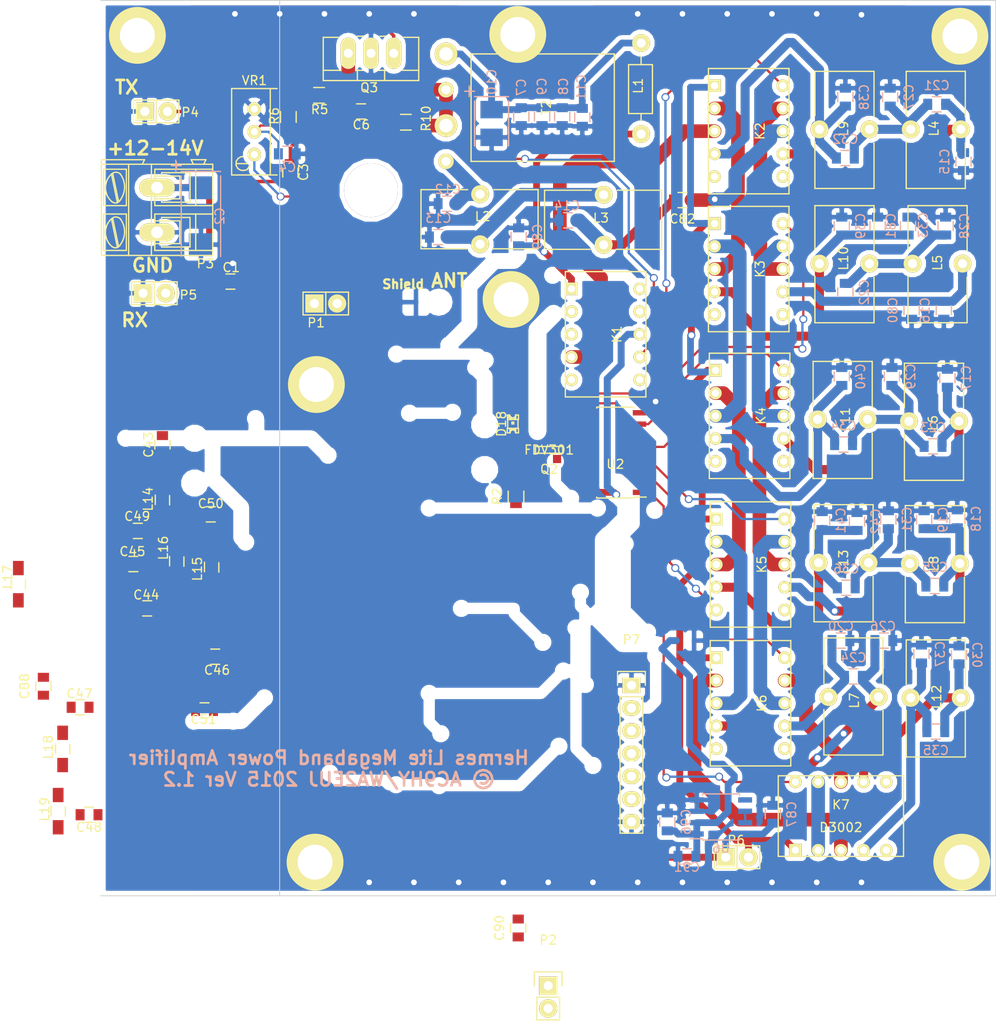
<source format=kicad_pcb>
(kicad_pcb (version 4) (host pcbnew "(2014-10-27 BZR 5228)-product")
  (layers (0 F.Cu signal) (31 B.Cu signal) (34 B.Paste user hide) (35 F.Paste user hide) (36 B.SilkS user hide) (37 F.SilkS user) (38 B.Mask user hide) (39 F.Mask user hide) (44 Edge.Cuts user))
  (net 0 "")
  (net 1 +12V)
  (net 2 GND)
  (net 3 "Net-(C3-Pad1)")
  (net 4 "Net-(C3-Pad2)")
  (net 5 "Net-(C4-Pad1)")
  (net 6 "Net-(C6-Pad1)")
  (net 7 "Net-(C6-Pad2)")
  (net 8 "Net-(C10-Pad1)")
  (net 9 "Net-(C12-Pad1)")
  (net 10 "Net-(C13-Pad1)")
  (net 11 TXIN)
  (net 12 "Net-(C15-Pad1)")
  (net 13 "Net-(C16-Pad1)")
  (net 14 "Net-(C17-Pad1)")
  (net 15 "Net-(C18-Pad1)")
  (net 16 "Net-(C20-Pad1)")
  (net 17 "Net-(C21-Pad2)")
  (net 18 "Net-(C22-Pad2)")
  (net 19 "Net-(C23-Pad2)")
  (net 20 "Net-(C24-Pad1)")
  (net 21 "Net-(C25-Pad2)")
  (net 22 "Net-(C30-Pad1)")
  (net 23 "Net-(C32-Pad2)")
  (net 24 "Net-(C33-Pad2)")
  (net 25 "Net-(C34-Pad2)")
  (net 26 "Net-(C35-Pad1)")
  (net 27 "Net-(C36-Pad2)")
  (net 28 "Net-(C43-Pad1)")
  (net 29 RX-IN)
  (net 30 "Net-(C44-Pad1)")
  (net 31 "Net-(C45-Pad1)")
  (net 32 "Net-(C46-Pad1)")
  (net 33 "Net-(C48-Pad1)")
  (net 34 RX-OUT)
  (net 35 TXOUT)
  (net 36 "Net-(K1-Pad3)")
  (net 37 "Net-(K1-Pad7)")
  (net 38 "Net-(K1-Pad9)")
  (net 39 "Net-(K2-Pad10)")
  (net 40 "Net-(K3-Pad10)")
  (net 41 "Net-(K4-Pad10)")
  (net 42 "Net-(K5-Pad10)")
  (net 43 "Net-(K6-Pad10)")
  (net 44 "Net-(Q3-Pad3)")
  (net 45 "Net-(C82-Pad1)")
  (net 46 "Net-(K2-Pad2)")
  (net 47 "Net-(K2-Pad9)")
  (net 48 "Net-(K3-Pad2)")
  (net 49 "Net-(K3-Pad9)")
  (net 50 "Net-(K4-Pad2)")
  (net 51 "Net-(K4-Pad9)")
  (net 52 "Net-(K5-Pad2)")
  (net 53 "Net-(K5-Pad9)")
  (net 54 C)
  (net 55 B)
  (net 56 A)
  (net 57 5V)
  (net 58 "Net-(K6-Pad2)")
  (net 59 "Net-(K6-Pad9)")
  (net 60 "Net-(K7-Pad2)")
  (net 61 "Net-(K7-Pad10)")
  (net 62 D)
  (net 63 "Net-(K2-Pad1)")
  (net 64 "Net-(U6-Pad5)")
  (net 65 "Net-(U6-Pad6)")
  (net 66 "Net-(D18-Pad1)")
  (net 67 "Net-(D18-Pad2)")
  (net 68 "Net-(P7-Pad2)")
  (net 69 "Net-(C47-Pad2)")
  (net 70 "Net-(C49-Pad2)")
  (net 71 "Net-(C51-Pad2)")
  (module Choke_Axial_ThroughHole:Choke_Horizontal_RM10mm (layer F.Cu) (at 160.3756 59.9186 90)
    (fp_text reference L1 (at 0.3814 -0.3244 90) (layer F.SilkS))
    (fp_text value "FT37-43 11T #26" hide)
    (pad 1 thru_hole circle (at -5.00126 0 90) (size 1.99898 1.99898) (drill 1.00076) (layers *.Cu *.Mask F.SilkS) (net 1 +12V))
    (pad 2 thru_hole circle (at 5.15874 0 90) (size 1.99898 1.99898) (drill 1.00076) (layers *.Cu *.Mask F.SilkS) (net 8 "Net-(C10-Pad1)"))
  )
  (module Choke_Toroid_ThroughHole:Choke_Toroid_6,5x13mm_Vertical (layer F.Cu) (at 135.7884 77.7367)
    (fp_text reference L2 (at 6.9 -3.6) (layer F.SilkS))
    (fp_text value 192nH hide)
    (pad 1 thru_hole circle (at 6.604 -0.508) (size 1.99898 1.99898) (drill 1.00076) (layers *.Cu *.Mask F.SilkS) (net 10 "Net-(C13-Pad1)"))
    (pad 2 thru_hole circle (at 6.604 -6.096) (size 1.99898 1.99898) (drill 1.00076) (layers *.Cu *.Mask F.SilkS) (net 9 "Net-(C12-Pad1)"))
  )
  (module Choke_Toroid_ThroughHole:Choke_Toroid_6,5x13mm_Vertical (layer F.Cu) (at 149.5933 77.8002)
    (fp_text reference L3 (at 6.3 -3.5) (layer F.SilkS))
    (fp_text value 192nH hide)
    (pad 1 thru_hole circle (at 6.604 -0.508) (size 1.99898 1.99898) (drill 1.00076) (layers *.Cu *.Mask F.SilkS) (net 11 TXIN))
    (pad 2 thru_hole circle (at 6.604 -6.096) (size 1.99898 1.99898) (drill 1.00076) (layers *.Cu *.Mask F.SilkS) (net 10 "Net-(C13-Pad1)"))
  )
  (module Choke_Toroid_ThroughHole:Choke_Toroid_6,5x13mm_Vertical (layer F.Cu) (at 196.6 71 90)
    (fp_text reference L4 (at 6.7 -3.5 90) (layer F.SilkS))
    (fp_text value 240nH hide)
    (pad 1 thru_hole circle (at 6.604 -0.508 90) (size 1.99898 1.99898) (drill 1.00076) (layers *.Cu *.Mask F.SilkS) (net 12 "Net-(C15-Pad1)"))
    (pad 2 thru_hole circle (at 6.604 -6.096 90) (size 1.99898 1.99898) (drill 1.00076) (layers *.Cu *.Mask F.SilkS) (net 17 "Net-(C21-Pad2)"))
  )
  (module Choke_Toroid_ThroughHole:Choke_Toroid_6,5x13mm_Vertical (layer F.Cu) (at 196.8 86 90)
    (fp_text reference L5 (at 6.7 -3.3 90) (layer F.SilkS))
    (fp_text value 300nH hide)
    (pad 1 thru_hole circle (at 6.604 -0.508 90) (size 1.99898 1.99898) (drill 1.00076) (layers *.Cu *.Mask F.SilkS) (net 13 "Net-(C16-Pad1)"))
    (pad 2 thru_hole circle (at 6.604 -6.096 90) (size 1.99898 1.99898) (drill 1.00076) (layers *.Cu *.Mask F.SilkS) (net 18 "Net-(C22-Pad2)"))
  )
  (module Choke_Toroid_ThroughHole:Choke_Toroid_6,5x13mm_Vertical (layer F.Cu) (at 196.4 103.6 90)
    (fp_text reference L6 (at 6.4 -3.4 90) (layer F.SilkS))
    (fp_text value 430nH hide)
    (pad 1 thru_hole circle (at 6.604 -0.508 90) (size 1.99898 1.99898) (drill 1.00076) (layers *.Cu *.Mask F.SilkS) (net 14 "Net-(C17-Pad1)"))
    (pad 2 thru_hole circle (at 6.604 -6.096 90) (size 1.99898 1.99898) (drill 1.00076) (layers *.Cu *.Mask F.SilkS) (net 19 "Net-(C23-Pad2)"))
  )
  (module Choke_Toroid_ThroughHole:Choke_Toroid_6,5x13mm_Vertical (layer F.Cu) (at 180.8 121.2 270)
    (fp_text reference L7 (at 7 -3.4 270) (layer F.SilkS))
    (fp_text value 1.44uH hide)
    (pad 1 thru_hole circle (at 6.604 -0.508 270) (size 1.99898 1.99898) (drill 1.00076) (layers *.Cu *.Mask F.SilkS) (net 16 "Net-(C20-Pad1)"))
    (pad 2 thru_hole circle (at 6.604 -6.096 270) (size 1.99898 1.99898) (drill 1.00076) (layers *.Cu *.Mask F.SilkS) (net 20 "Net-(C24-Pad1)"))
  )
  (module Choke_Toroid_ThroughHole:Choke_Toroid_6,5x13mm_Vertical (layer F.Cu) (at 196.5 119.5 90)
    (fp_text reference L8 (at 6.6 -3.4 90) (layer F.SilkS))
    (fp_text value 1.02uH hide)
    (pad 1 thru_hole circle (at 6.604 -0.508 90) (size 1.99898 1.99898) (drill 1.00076) (layers *.Cu *.Mask F.SilkS) (net 15 "Net-(C18-Pad1)"))
    (pad 2 thru_hole circle (at 6.604 -6.096 90) (size 1.99898 1.99898) (drill 1.00076) (layers *.Cu *.Mask F.SilkS) (net 21 "Net-(C25-Pad2)"))
  )
  (module Choke_Toroid_ThroughHole:Choke_Toroid_6,5x13mm_Vertical (layer F.Cu) (at 186.4 71 90)
    (fp_text reference L9 (at 6.7 -3.4 90) (layer F.SilkS))
    (fp_text value 240nH hide)
    (pad 1 thru_hole circle (at 6.604 -0.508 90) (size 1.99898 1.99898) (drill 1.00076) (layers *.Cu *.Mask F.SilkS) (net 17 "Net-(C21-Pad2)"))
    (pad 2 thru_hole circle (at 6.604 -6.096 90) (size 1.99898 1.99898) (drill 1.00076) (layers *.Cu *.Mask F.SilkS) (net 23 "Net-(C32-Pad2)"))
  )
  (module Choke_Toroid_ThroughHole:Choke_Toroid_6,5x13mm_Vertical (layer F.Cu) (at 186.4 86 90)
    (fp_text reference L10 (at 7.2 -3.4 90) (layer F.SilkS))
    (fp_text value 300nH hide)
    (pad 1 thru_hole circle (at 6.604 -0.508 90) (size 1.99898 1.99898) (drill 1.00076) (layers *.Cu *.Mask F.SilkS) (net 18 "Net-(C22-Pad2)"))
    (pad 2 thru_hole circle (at 6.604 -6.096 90) (size 1.99898 1.99898) (drill 1.00076) (layers *.Cu *.Mask F.SilkS) (net 24 "Net-(C33-Pad2)"))
  )
  (module Choke_Toroid_ThroughHole:Choke_Toroid_6,5x13mm_Vertical (layer F.Cu) (at 186.2 103.4 90)
    (fp_text reference L11 (at 6.6 -3 90) (layer F.SilkS))
    (fp_text value 430nH hide)
    (pad 1 thru_hole circle (at 6.604 -0.508 90) (size 1.99898 1.99898) (drill 1.00076) (layers *.Cu *.Mask F.SilkS) (net 19 "Net-(C23-Pad2)"))
    (pad 2 thru_hole circle (at 6.604 -6.096 90) (size 1.99898 1.99898) (drill 1.00076) (layers *.Cu *.Mask F.SilkS) (net 25 "Net-(C34-Pad2)"))
  )
  (module Choke_Toroid_ThroughHole:Choke_Toroid_6,5x13mm_Vertical (layer F.Cu) (at 196.6 134.5 90)
    (fp_text reference L12 (at 6.7 -3.2 90) (layer F.SilkS))
    (fp_text value 2.92uH hide)
    (pad 1 thru_hole circle (at 6.604 -0.508 90) (size 1.99898 1.99898) (drill 1.00076) (layers *.Cu *.Mask F.SilkS) (net 22 "Net-(C30-Pad1)"))
    (pad 2 thru_hole circle (at 6.604 -6.096 90) (size 1.99898 1.99898) (drill 1.00076) (layers *.Cu *.Mask F.SilkS) (net 26 "Net-(C35-Pad1)"))
  )
  (module Choke_Toroid_ThroughHole:Choke_Toroid_6,5x13mm_Vertical (layer F.Cu) (at 186.3 119.4 90)
    (fp_text reference L13 (at 6.7 -3.3 90) (layer F.SilkS))
    (fp_text value 1.02uH hide)
    (pad 1 thru_hole circle (at 6.604 -0.508 90) (size 1.99898 1.99898) (drill 1.00076) (layers *.Cu *.Mask F.SilkS) (net 21 "Net-(C25-Pad2)"))
    (pad 2 thru_hole circle (at 6.604 -6.096 90) (size 1.99898 1.99898) (drill 1.00076) (layers *.Cu *.Mask F.SilkS) (net 27 "Net-(C36-Pad2)"))
  )
  (module Pin_Headers:Pin_Header_Straight_1x02 (layer F.Cu) (at 125.15 83.85)
    (fp_text reference P1 (at -1.082 2.1551) (layer F.SilkS))
    (fp_text value CONN_01X02 hide)
    (pad 1 thru_hole rect (at -1.27 0) (size 2.032 2.032) (drill 1.016) (layers *.Cu *.Mask F.SilkS) (net 2 GND))
    (pad 2 thru_hole oval (at 1.27 0) (size 2.032 2.032) (drill 1.016) (layers *.Cu *.Mask F.SilkS) (net 36 "Net-(K1-Pad3)"))
  )
  (module Pin_Headers:Pin_Header_Straight_1x02 (layer F.Cu) (at 106.2 62.4)
    (fp_text reference P4 (at 3.8 0.1) (layer F.SilkS))
    (fp_text value CONN_01X02 hide)
    (pad 1 thru_hole rect (at -1.27 0) (size 2.032 2.032) (drill 1.016) (layers *.Cu *.Mask F.SilkS) (net 2 GND))
    (pad 2 thru_hole oval (at 1.27 0) (size 2.032 2.032) (drill 1.016) (layers *.Cu *.Mask F.SilkS) (net 4 "Net-(C3-Pad2)"))
  )
  (module Pin_Headers:Pin_Header_Straight_1x02 (layer F.Cu) (at 106 82.7)
    (fp_text reference P5 (at 3.8 0.2) (layer F.SilkS))
    (fp_text value CONN_01X02 hide)
    (pad 1 thru_hole rect (at -1.27 0) (size 2.032 2.032) (drill 1.016) (layers *.Cu *.Mask F.SilkS) (net 2 GND))
    (pad 2 thru_hole oval (at 1.27 0) (size 2.032 2.032) (drill 1.016) (layers *.Cu *.Mask F.SilkS) (net 34 RX-OUT))
  )
  (module Transistors_TO-220:TO-220_Neutral123_Vertical_LargePads (layer F.Cu) (at 130.2 55.9 180)
    (fp_text reference Q3 (at 0.2028 -3.8408 180) (layer F.SilkS))
    (fp_text value RD16HHF1 hide)
    (pad 2 thru_hole oval (at 0 0 270) (size 3.50012 1.69926) (drill 1.00076) (layers *.Cu *.Mask F.SilkS) (net 2 GND))
    (pad 1 thru_hole oval (at -2.54 0 270) (size 3.50012 1.69926) (drill 1.00076) (layers *.Cu *.Mask F.SilkS) (net 7 "Net-(C6-Pad2)"))
    (pad 3 thru_hole oval (at 2.54 0 270) (size 3.50012 1.69926) (drill 1.00076) (layers *.Cu *.Mask F.SilkS) (net 44 "Net-(Q3-Pad3)"))
  )
  (module Potentiometers:Potentiometer_Bourns_3296W_3-8Zoll_Inline_ScrewUp (layer F.Cu) (at 117.1702 67.2084)
    (fp_text reference VR1 (at 0.005 -8.2636) (layer F.SilkS))
    (fp_text value "1k MT" hide)
    (pad 2 thru_hole circle (at 0 -2.54) (size 1.524 1.524) (drill 0.8128) (layers *.Cu *.Mask F.SilkS) (net 5 "Net-(C4-Pad1)"))
    (pad 3 thru_hole circle (at 0 -5.08) (size 1.524 1.524) (drill 0.8128) (layers *.Cu *.Mask F.SilkS) (net 2 GND))
    (pad 1 thru_hole circle (at 0 0) (size 1.524 1.524) (drill 0.8128) (layers *.Cu *.Mask F.SilkS) (net 37 "Net-(K1-Pad7)"))
  )
  (module HERMESLITE:OUT_TRANSF (layer F.Cu) (at 138.5824 61.976 270)
    (fp_text reference T2 (at 0 -11.2 270) (layer F.SilkS))
    (fp_text value OUT_TRANSF hide)
    (pad 1 thru_hole circle (at -6 0 270) (size 2.54 2.54) (drill 1.5) (layers *.Cu *.Mask F.SilkS) (net 8 "Net-(C10-Pad1)"))
    (pad 2 thru_hole circle (at -2 0 270) (size 1.7272 1.7272) (drill 1.016) (layers *.Cu *.Mask F.SilkS) (net 44 "Net-(Q3-Pad3)"))
    (pad 3 thru_hole circle (at 2 0 270) (size 2.54 2.54) (drill 1.5) (layers *.Cu *.Mask F.SilkS) (net 44 "Net-(Q3-Pad3)"))
    (pad 4 thru_hole circle (at 6 0 270) (size 1.7272 1.7272) (drill 1.016) (layers *.Cu *.Mask F.SilkS) (net 9 "Net-(C12-Pad1)"))
  )
  (module HERMESLITE:D3002 (layer F.Cu) (at 156.4132 87.2871 270)
    (fp_text reference K1 (at 0 -1.27 270) (layer F.SilkS))
    (fp_text value D3002 hide)
    (pad 1 thru_hole rect (at -5.08 3.81 270) (size 1.397 1.397) (drill 0.8128) (layers *.Cu *.Mask F.SilkS) (net 1 +12V))
    (pad 2 thru_hole circle (at -2.54 3.81 270) (size 1.397 1.397) (drill 0.8128) (layers *.Cu *.Mask F.SilkS) (net 29 RX-IN))
    (pad 3 thru_hole circle (at 0 3.81 270) (size 1.397 1.397) (drill 0.8128) (layers *.Cu *.Mask F.SilkS) (net 36 "Net-(K1-Pad3)"))
    (pad 4 thru_hole circle (at 2.54 3.81 270) (size 1.397 1.397) (drill 0.8128) (layers *.Cu *.Mask F.SilkS) (net 35 TXOUT))
    (pad 5 thru_hole circle (at 5.08 3.81 270) (size 1.397 1.397) (drill 0.8128) (layers *.Cu *.Mask F.SilkS))
    (pad 6 thru_hole circle (at 5.08 -3.81 270) (size 1.397 1.397) (drill 0.8128) (layers *.Cu *.Mask F.SilkS))
    (pad 7 thru_hole circle (at 2.54 -3.81 270) (size 1.397 1.397) (drill 0.8128) (layers *.Cu *.Mask F.SilkS) (net 37 "Net-(K1-Pad7)"))
    (pad 8 thru_hole circle (at 0 -3.81 270) (size 1.397 1.397) (drill 0.8128) (layers *.Cu *.Mask F.SilkS) (net 57 5V))
    (pad 9 thru_hole circle (at -2.54 -3.81 270) (size 1.397 1.397) (drill 0.8128) (layers *.Cu *.Mask F.SilkS) (net 38 "Net-(K1-Pad9)"))
    (pad 10 thru_hole circle (at -5.08 -3.81 270) (size 1.397 1.397) (drill 0.8128) (layers *.Cu *.Mask F.SilkS) (net 67 "Net-(D18-Pad2)"))
  )
  (module HERMESLITE:D3002 (layer F.Cu) (at 172.4 64.6 270)
    (fp_text reference K2 (at 0 -1.27 270) (layer F.SilkS))
    (fp_text value D3002 hide)
    (pad 1 thru_hole rect (at -5.08 3.81 270) (size 1.397 1.397) (drill 0.8128) (layers *.Cu *.Mask F.SilkS) (net 63 "Net-(K2-Pad1)"))
    (pad 2 thru_hole circle (at -2.54 3.81 270) (size 1.397 1.397) (drill 0.8128) (layers *.Cu *.Mask F.SilkS) (net 46 "Net-(K2-Pad2)"))
    (pad 3 thru_hole circle (at 0 3.81 270) (size 1.397 1.397) (drill 0.8128) (layers *.Cu *.Mask F.SilkS) (net 35 TXOUT))
    (pad 4 thru_hole circle (at 2.54 3.81 270) (size 1.397 1.397) (drill 0.8128) (layers *.Cu *.Mask F.SilkS) (net 23 "Net-(C32-Pad2)"))
    (pad 5 thru_hole circle (at 5.08 3.81 270) (size 1.397 1.397) (drill 0.8128) (layers *.Cu *.Mask F.SilkS))
    (pad 6 thru_hole circle (at 5.08 -3.81 270) (size 1.397 1.397) (drill 0.8128) (layers *.Cu *.Mask F.SilkS))
    (pad 7 thru_hole circle (at 2.54 -3.81 270) (size 1.397 1.397) (drill 0.8128) (layers *.Cu *.Mask F.SilkS) (net 12 "Net-(C15-Pad1)"))
    (pad 8 thru_hole circle (at 0 -3.81 270) (size 1.397 1.397) (drill 0.8128) (layers *.Cu *.Mask F.SilkS) (net 45 "Net-(C82-Pad1)"))
    (pad 9 thru_hole circle (at -2.54 -3.81 270) (size 1.397 1.397) (drill 0.8128) (layers *.Cu *.Mask F.SilkS) (net 47 "Net-(K2-Pad9)"))
    (pad 10 thru_hole circle (at -5.08 -3.81 270) (size 1.397 1.397) (drill 0.8128) (layers *.Cu *.Mask F.SilkS) (net 39 "Net-(K2-Pad10)"))
  )
  (module HERMESLITE:D3002 (layer F.Cu) (at 172.4 80 270)
    (fp_text reference K3 (at 0 -1.27 270) (layer F.SilkS))
    (fp_text value D3002 hide)
    (pad 1 thru_hole rect (at -5.08 3.81 270) (size 1.397 1.397) (drill 0.8128) (layers *.Cu *.Mask F.SilkS) (net 63 "Net-(K2-Pad1)"))
    (pad 2 thru_hole circle (at -2.54 3.81 270) (size 1.397 1.397) (drill 0.8128) (layers *.Cu *.Mask F.SilkS) (net 48 "Net-(K3-Pad2)"))
    (pad 3 thru_hole circle (at 0 3.81 270) (size 1.397 1.397) (drill 0.8128) (layers *.Cu *.Mask F.SilkS) (net 46 "Net-(K2-Pad2)"))
    (pad 4 thru_hole circle (at 2.54 3.81 270) (size 1.397 1.397) (drill 0.8128) (layers *.Cu *.Mask F.SilkS) (net 24 "Net-(C33-Pad2)"))
    (pad 5 thru_hole circle (at 5.08 3.81 270) (size 1.397 1.397) (drill 0.8128) (layers *.Cu *.Mask F.SilkS))
    (pad 6 thru_hole circle (at 5.08 -3.81 270) (size 1.397 1.397) (drill 0.8128) (layers *.Cu *.Mask F.SilkS))
    (pad 7 thru_hole circle (at 2.54 -3.81 270) (size 1.397 1.397) (drill 0.8128) (layers *.Cu *.Mask F.SilkS) (net 13 "Net-(C16-Pad1)"))
    (pad 8 thru_hole circle (at 0 -3.81 270) (size 1.397 1.397) (drill 0.8128) (layers *.Cu *.Mask F.SilkS) (net 47 "Net-(K2-Pad9)"))
    (pad 9 thru_hole circle (at -2.54 -3.81 270) (size 1.397 1.397) (drill 0.8128) (layers *.Cu *.Mask F.SilkS) (net 49 "Net-(K3-Pad9)"))
    (pad 10 thru_hole circle (at -5.08 -3.81 270) (size 1.397 1.397) (drill 0.8128) (layers *.Cu *.Mask F.SilkS) (net 40 "Net-(K3-Pad10)"))
  )
  (module HERMESLITE:D3002 (layer F.Cu) (at 172.5 96.4 270)
    (fp_text reference K4 (at 0 -1.27 270) (layer F.SilkS))
    (fp_text value D3002 hide)
    (pad 1 thru_hole rect (at -5.08 3.81 270) (size 1.397 1.397) (drill 0.8128) (layers *.Cu *.Mask F.SilkS) (net 63 "Net-(K2-Pad1)"))
    (pad 2 thru_hole circle (at -2.54 3.81 270) (size 1.397 1.397) (drill 0.8128) (layers *.Cu *.Mask F.SilkS) (net 50 "Net-(K4-Pad2)"))
    (pad 3 thru_hole circle (at 0 3.81 270) (size 1.397 1.397) (drill 0.8128) (layers *.Cu *.Mask F.SilkS) (net 48 "Net-(K3-Pad2)"))
    (pad 4 thru_hole circle (at 2.54 3.81 270) (size 1.397 1.397) (drill 0.8128) (layers *.Cu *.Mask F.SilkS) (net 25 "Net-(C34-Pad2)"))
    (pad 5 thru_hole circle (at 5.08 3.81 270) (size 1.397 1.397) (drill 0.8128) (layers *.Cu *.Mask F.SilkS))
    (pad 6 thru_hole circle (at 5.08 -3.81 270) (size 1.397 1.397) (drill 0.8128) (layers *.Cu *.Mask F.SilkS))
    (pad 7 thru_hole circle (at 2.54 -3.81 270) (size 1.397 1.397) (drill 0.8128) (layers *.Cu *.Mask F.SilkS) (net 14 "Net-(C17-Pad1)"))
    (pad 8 thru_hole circle (at 0 -3.81 270) (size 1.397 1.397) (drill 0.8128) (layers *.Cu *.Mask F.SilkS) (net 49 "Net-(K3-Pad9)"))
    (pad 9 thru_hole circle (at -2.54 -3.81 270) (size 1.397 1.397) (drill 0.8128) (layers *.Cu *.Mask F.SilkS) (net 51 "Net-(K4-Pad9)"))
    (pad 10 thru_hole circle (at -5.08 -3.81 270) (size 1.397 1.397) (drill 0.8128) (layers *.Cu *.Mask F.SilkS) (net 41 "Net-(K4-Pad10)"))
  )
  (module HERMESLITE:D3002 (layer F.Cu) (at 172.6 113 270)
    (fp_text reference K5 (at 0 -1.27 270) (layer F.SilkS))
    (fp_text value D3002 hide)
    (pad 1 thru_hole rect (at -5.08 3.81 270) (size 1.397 1.397) (drill 0.8128) (layers *.Cu *.Mask F.SilkS) (net 63 "Net-(K2-Pad1)"))
    (pad 2 thru_hole circle (at -2.54 3.81 270) (size 1.397 1.397) (drill 0.8128) (layers *.Cu *.Mask F.SilkS) (net 52 "Net-(K5-Pad2)"))
    (pad 3 thru_hole circle (at 0 3.81 270) (size 1.397 1.397) (drill 0.8128) (layers *.Cu *.Mask F.SilkS) (net 50 "Net-(K4-Pad2)"))
    (pad 4 thru_hole circle (at 2.54 3.81 270) (size 1.397 1.397) (drill 0.8128) (layers *.Cu *.Mask F.SilkS) (net 27 "Net-(C36-Pad2)"))
    (pad 5 thru_hole circle (at 5.08 3.81 270) (size 1.397 1.397) (drill 0.8128) (layers *.Cu *.Mask F.SilkS))
    (pad 6 thru_hole circle (at 5.08 -3.81 270) (size 1.397 1.397) (drill 0.8128) (layers *.Cu *.Mask F.SilkS))
    (pad 7 thru_hole circle (at 2.54 -3.81 270) (size 1.397 1.397) (drill 0.8128) (layers *.Cu *.Mask F.SilkS) (net 15 "Net-(C18-Pad1)"))
    (pad 8 thru_hole circle (at 0 -3.81 270) (size 1.397 1.397) (drill 0.8128) (layers *.Cu *.Mask F.SilkS) (net 51 "Net-(K4-Pad9)"))
    (pad 9 thru_hole circle (at -2.54 -3.81 270) (size 1.397 1.397) (drill 0.8128) (layers *.Cu *.Mask F.SilkS) (net 53 "Net-(K5-Pad9)"))
    (pad 10 thru_hole circle (at -5.08 -3.81 270) (size 1.397 1.397) (drill 0.8128) (layers *.Cu *.Mask F.SilkS) (net 42 "Net-(K5-Pad10)"))
  )
  (module HERMESLITE:D3002 (layer F.Cu) (at 172.6 128.5 270)
    (fp_text reference K6 (at 0 -1.27 270) (layer F.SilkS))
    (fp_text value D3002 hide)
    (pad 1 thru_hole rect (at -5.08 3.81 270) (size 1.397 1.397) (drill 0.8128) (layers *.Cu *.Mask F.SilkS) (net 63 "Net-(K2-Pad1)"))
    (pad 2 thru_hole circle (at -2.54 3.81 270) (size 1.397 1.397) (drill 0.8128) (layers *.Cu *.Mask F.SilkS) (net 58 "Net-(K6-Pad2)"))
    (pad 3 thru_hole circle (at 0 3.81 270) (size 1.397 1.397) (drill 0.8128) (layers *.Cu *.Mask F.SilkS) (net 52 "Net-(K5-Pad2)"))
    (pad 4 thru_hole circle (at 2.54 3.81 270) (size 1.397 1.397) (drill 0.8128) (layers *.Cu *.Mask F.SilkS) (net 20 "Net-(C24-Pad1)"))
    (pad 5 thru_hole circle (at 5.08 3.81 270) (size 1.397 1.397) (drill 0.8128) (layers *.Cu *.Mask F.SilkS))
    (pad 6 thru_hole circle (at 5.08 -3.81 270) (size 1.397 1.397) (drill 0.8128) (layers *.Cu *.Mask F.SilkS))
    (pad 7 thru_hole circle (at 2.54 -3.81 270) (size 1.397 1.397) (drill 0.8128) (layers *.Cu *.Mask F.SilkS) (net 16 "Net-(C20-Pad1)"))
    (pad 8 thru_hole circle (at 0 -3.81 270) (size 1.397 1.397) (drill 0.8128) (layers *.Cu *.Mask F.SilkS) (net 53 "Net-(K5-Pad9)"))
    (pad 9 thru_hole circle (at -2.54 -3.81 270) (size 1.397 1.397) (drill 0.8128) (layers *.Cu *.Mask F.SilkS) (net 59 "Net-(K6-Pad9)"))
    (pad 10 thru_hole circle (at -5.08 -3.81 270) (size 1.397 1.397) (drill 0.8128) (layers *.Cu *.Mask F.SilkS) (net 43 "Net-(K6-Pad10)"))
  )
  (module HERMESLITE:C_0805 (layer F.Cu) (at 114.5 81.4)
    (fp_text reference C1 (at 0.0849 -1.5724) (layer F.SilkS))
    (fp_text value 0.1uF hide)
    (pad 1 smd rect (at -1 0) (size 1 1.25) (layers F.Cu F.Paste F.Mask) (net 1 +12V))
    (pad 2 smd rect (at 1 0) (size 1 1.25) (layers F.Cu F.Paste F.Mask) (net 2 GND))
  )
  (module HERMESLITE:C_0805 (layer F.Cu) (at 121.1961 69.2277 270)
    (fp_text reference C3 (at -0.0377 -1.4697 270) (layer F.SilkS))
    (fp_text value 0.1uF hide)
    (pad 1 smd rect (at -1 0 270) (size 1 1.25) (layers F.Cu F.Paste F.Mask) (net 3 "Net-(C3-Pad1)"))
    (pad 2 smd rect (at 1 0 270) (size 1 1.25) (layers F.Cu F.Paste F.Mask) (net 4 "Net-(C3-Pad2)"))
  )
  (module HERMESLITE:C_0805 (layer B.Cu) (at 120.8532 67.1322)
    (fp_text reference C4 (at 0.0104 1.5209) (layer B.SilkS) (effects (justify mirror)))
    (fp_text value 0.1uF hide)
    (pad 1 smd rect (at -1 0) (size 1 1.25) (layers B.Cu B.Paste B.Mask) (net 5 "Net-(C4-Pad1)"))
    (pad 2 smd rect (at 1 0) (size 1 1.25) (layers B.Cu B.Paste B.Mask) (net 2 GND))
  )
  (module HERMESLITE:C_0805 (layer F.Cu) (at 129.1 62.4 180)
    (fp_text reference C6 (at -0.0134 -1.4869 180) (layer F.SilkS))
    (fp_text value 0.1uF hide)
    (pad 1 smd rect (at -1 0 180) (size 1 1.25) (layers F.Cu F.Paste F.Mask) (net 6 "Net-(C6-Pad1)"))
    (pad 2 smd rect (at 1 0 180) (size 1 1.25) (layers F.Cu F.Paste F.Mask) (net 7 "Net-(C6-Pad2)"))
  )
  (module HERMESLITE:C_0805 (layer B.Cu) (at 146.9898 62.9793 90)
    (fp_text reference C7 (at 3.2793 0.0102 90) (layer B.SilkS) (effects (justify mirror)))
    (fp_text value 0.1uF hide)
    (pad 1 smd rect (at -1 0 90) (size 1 1.25) (layers B.Cu B.Paste B.Mask) (net 2 GND))
    (pad 2 smd rect (at 1 0 90) (size 1 1.25) (layers B.Cu B.Paste B.Mask) (net 8 "Net-(C10-Pad1)"))
  )
  (module HERMESLITE:C_0805 (layer B.Cu) (at 151.5618 62.9793 90)
    (fp_text reference C8 (at 3.3793 0.1382 90) (layer B.SilkS) (effects (justify mirror)))
    (fp_text value 0.1uF hide)
    (pad 1 smd rect (at -1 0 90) (size 1 1.25) (layers B.Cu B.Paste B.Mask) (net 2 GND))
    (pad 2 smd rect (at 1 0 90) (size 1 1.25) (layers B.Cu B.Paste B.Mask) (net 8 "Net-(C10-Pad1)"))
  )
  (module HERMESLITE:C_0805 (layer B.Cu) (at 149.3139 62.9793 90)
    (fp_text reference C9 (at 3.3793 -0.0139 90) (layer B.SilkS) (effects (justify mirror)))
    (fp_text value 1uF hide)
    (pad 1 smd rect (at -1 0 90) (size 1 1.25) (layers B.Cu B.Paste B.Mask) (net 2 GND))
    (pad 2 smd rect (at 1 0 90) (size 1 1.25) (layers B.Cu B.Paste B.Mask) (net 8 "Net-(C10-Pad1)"))
  )
  (module HERMESLITE:C_0805 (layer B.Cu) (at 153.8097 63.0555 90)
    (fp_text reference C11 (at 3.3555 -0.1097 90) (layer B.SilkS) (effects (justify mirror)))
    (fp_text value 4700pF hide)
    (pad 1 smd rect (at -1 0 90) (size 1 1.25) (layers B.Cu B.Paste B.Mask) (net 2 GND))
    (pad 2 smd rect (at 1 0 90) (size 1 1.25) (layers B.Cu B.Paste B.Mask) (net 8 "Net-(C10-Pad1)"))
  )
  (module HERMESLITE:C_0805 (layer B.Cu) (at 138.7 72.7 180)
    (fp_text reference C12 (at -0.0871 1.6042 180) (layer B.SilkS) (effects (justify mirror)))
    (fp_text value 120pF hide)
    (pad 1 smd rect (at -1 0 180) (size 1 1.25) (layers B.Cu B.Paste B.Mask) (net 9 "Net-(C12-Pad1)"))
    (pad 2 smd rect (at 1 0 180) (size 1 1.25) (layers B.Cu B.Paste B.Mask) (net 2 GND))
  )
  (module HERMESLITE:C_0805 (layer B.Cu) (at 137.7315 76.4286 180)
    (fp_text reference C13 (at 0 2.1 180) (layer B.SilkS) (effects (justify mirror)))
    (fp_text value 120pF hide)
    (pad 1 smd rect (at -1 0 180) (size 1 1.25) (layers B.Cu B.Paste B.Mask) (net 10 "Net-(C13-Pad1)"))
    (pad 2 smd rect (at 1 0 180) (size 1 1.25) (layers B.Cu B.Paste B.Mask) (net 2 GND))
  )
  (module HERMESLITE:C_0805 (layer B.Cu) (at 152.2222 74.5617 180)
    (fp_text reference C14 (at 0.1264 1.6305 180) (layer B.SilkS) (effects (justify mirror)))
    (fp_text value 82pF hide)
    (pad 1 smd rect (at -1 0 180) (size 1 1.25) (layers B.Cu B.Paste B.Mask) (net 11 TXIN))
    (pad 2 smd rect (at 1 0 180) (size 1 1.25) (layers B.Cu B.Paste B.Mask) (net 2 GND))
  )
  (module HERMESLITE:C_0805 (layer B.Cu) (at 196.4 68 270)
    (fp_text reference C15 (at 0 2.1 270) (layer B.SilkS) (effects (justify mirror)))
    (fp_text value 150pF hide)
    (pad 1 smd rect (at -1 0 270) (size 1 1.25) (layers B.Cu B.Paste B.Mask) (net 12 "Net-(C15-Pad1)"))
    (pad 2 smd rect (at 1 0 270) (size 1 1.25) (layers B.Cu B.Paste B.Mask) (net 2 GND))
  )
  (module HERMESLITE:C_0805 (layer B.Cu) (at 194.2 84.6 270)
    (fp_text reference C16 (at 0 2.1 270) (layer B.SilkS) (effects (justify mirror)))
    (fp_text value 150pF hide)
    (pad 1 smd rect (at -1 0 270) (size 1 1.25) (layers B.Cu B.Paste B.Mask) (net 13 "Net-(C16-Pad1)"))
    (pad 2 smd rect (at 1 0 270) (size 1 1.25) (layers B.Cu B.Paste B.Mask) (net 2 GND))
  )
  (module HERMESLITE:C_0805 (layer B.Cu) (at 194.6 92.2 90)
    (fp_text reference C17 (at 0 2.1 90) (layer B.SilkS) (effects (justify mirror)))
    (fp_text value 470pF hide)
    (pad 1 smd rect (at -1 0 90) (size 1 1.25) (layers B.Cu B.Paste B.Mask) (net 14 "Net-(C17-Pad1)"))
    (pad 2 smd rect (at 1 0 90) (size 1 1.25) (layers B.Cu B.Paste B.Mask) (net 2 GND))
  )
  (module HERMESLITE:C_0805 (layer B.Cu) (at 195.7 107.9 90)
    (fp_text reference C18 (at 0 2.1 90) (layer B.SilkS) (effects (justify mirror)))
    (fp_text value 150pF hide)
    (pad 1 smd rect (at -1 0 90) (size 1 1.25) (layers B.Cu B.Paste B.Mask) (net 15 "Net-(C18-Pad1)"))
    (pad 2 smd rect (at 1 0 90) (size 1 1.25) (layers B.Cu B.Paste B.Mask) (net 2 GND))
  )
  (module HERMESLITE:C_0805 (layer B.Cu) (at 192 108 90)
    (fp_text reference C19 (at 0 2.1 90) (layer B.SilkS) (effects (justify mirror)))
    (fp_text value 150pF hide)
    (pad 1 smd rect (at -1 0 90) (size 1 1.25) (layers B.Cu B.Paste B.Mask) (net 15 "Net-(C18-Pad1)"))
    (pad 2 smd rect (at 1 0 90) (size 1 1.25) (layers B.Cu B.Paste B.Mask) (net 2 GND))
  )
  (module HERMESLITE:C_0805 (layer B.Cu) (at 182.7 121.5)
    (fp_text reference C20 (at 0 -1.6) (layer B.SilkS) (effects (justify mirror)))
    (fp_text value 1800pF hide)
    (pad 1 smd rect (at -1 0) (size 1 1.25) (layers B.Cu B.Paste B.Mask) (net 16 "Net-(C20-Pad1)"))
    (pad 2 smd rect (at 1 0) (size 1 1.25) (layers B.Cu B.Paste B.Mask) (net 2 GND))
  )
  (module HERMESLITE:C_0805 (layer B.Cu) (at 193.4 61.6 180)
    (fp_text reference C21 (at 0 2.1 180) (layer B.SilkS) (effects (justify mirror)))
    (fp_text value DNI hide)
    (pad 1 smd rect (at -1 0 180) (size 1 1.25) (layers B.Cu B.Paste B.Mask) (net 12 "Net-(C15-Pad1)"))
    (pad 2 smd rect (at 1 0 180) (size 1 1.25) (layers B.Cu B.Paste B.Mask) (net 17 "Net-(C21-Pad2)"))
  )
  (module HERMESLITE:C_0805 (layer B.Cu) (at 183.2 82.6 90)
    (fp_text reference C22 (at 0 2.1 90) (layer B.SilkS) (effects (justify mirror)))
    (fp_text value DNI hide)
    (pad 1 smd rect (at -1 0 90) (size 1 1.25) (layers B.Cu B.Paste B.Mask) (net 13 "Net-(C16-Pad1)"))
    (pad 2 smd rect (at 1 0 90) (size 1 1.25) (layers B.Cu B.Paste B.Mask) (net 18 "Net-(C22-Pad2)"))
  )
  (module HERMESLITE:C_0805 (layer B.Cu) (at 193 99.8 180)
    (fp_text reference C23 (at 0 2.1 180) (layer B.SilkS) (effects (justify mirror)))
    (fp_text value DNI hide)
    (pad 1 smd rect (at -1 0 180) (size 1 1.25) (layers B.Cu B.Paste B.Mask) (net 14 "Net-(C17-Pad1)"))
    (pad 2 smd rect (at 1 0 180) (size 1 1.25) (layers B.Cu B.Paste B.Mask) (net 19 "Net-(C23-Pad2)"))
  )
  (module HERMESLITE:C_0805 (layer B.Cu) (at 184.1 125.5 180)
    (fp_text reference C24 (at 0 2.1 180) (layer B.SilkS) (effects (justify mirror)))
    (fp_text value 150pF hide)
    (pad 1 smd rect (at -1 0 180) (size 1 1.25) (layers B.Cu B.Paste B.Mask) (net 20 "Net-(C24-Pad1)"))
    (pad 2 smd rect (at 1 0 180) (size 1 1.25) (layers B.Cu B.Paste B.Mask) (net 16 "Net-(C20-Pad1)"))
  )
  (module HERMESLITE:C_0805 (layer B.Cu) (at 193.2 115.4 180)
    (fp_text reference C25 (at 0 2.1 180) (layer B.SilkS) (effects (justify mirror)))
    (fp_text value 150pF hide)
    (pad 1 smd rect (at -1 0 180) (size 1 1.25) (layers B.Cu B.Paste B.Mask) (net 15 "Net-(C18-Pad1)"))
    (pad 2 smd rect (at 1 0 180) (size 1 1.25) (layers B.Cu B.Paste B.Mask) (net 21 "Net-(C25-Pad2)"))
  )
  (module HERMESLITE:C_0805 (layer B.Cu) (at 187.5 121.5)
    (fp_text reference C26 (at -0.1 -1.6) (layer B.SilkS) (effects (justify mirror)))
    (fp_text value 1800pF hide)
    (pad 1 smd rect (at -1 0) (size 1 1.25) (layers B.Cu B.Paste B.Mask) (net 20 "Net-(C24-Pad1)"))
    (pad 2 smd rect (at 1 0) (size 1 1.25) (layers B.Cu B.Paste B.Mask) (net 2 GND))
  )
  (module HERMESLITE:C_0805 (layer B.Cu) (at 188.2 60.8 90)
    (fp_text reference C27 (at 0 2.1 90) (layer B.SilkS) (effects (justify mirror)))
    (fp_text value 270pF hide)
    (pad 1 smd rect (at -1 0 90) (size 1 1.25) (layers B.Cu B.Paste B.Mask) (net 17 "Net-(C21-Pad2)"))
    (pad 2 smd rect (at 1 0 90) (size 1 1.25) (layers B.Cu B.Paste B.Mask) (net 2 GND))
  )
  (module HERMESLITE:C_0805 (layer B.Cu) (at 194.4 75.2 90)
    (fp_text reference C28 (at 0 2.1 90) (layer B.SilkS) (effects (justify mirror)))
    (fp_text value 560pF hide)
    (pad 1 smd rect (at -1 0 90) (size 1 1.25) (layers B.Cu B.Paste B.Mask) (net 18 "Net-(C22-Pad2)"))
    (pad 2 smd rect (at 1 0 90) (size 1 1.25) (layers B.Cu B.Paste B.Mask) (net 2 GND))
  )
  (module HERMESLITE:C_0805 (layer B.Cu) (at 188.4 92 90)
    (fp_text reference C29 (at 0 2.1 90) (layer B.SilkS) (effects (justify mirror)))
    (fp_text value 1000pF hide)
    (pad 1 smd rect (at -1 0 90) (size 1 1.25) (layers B.Cu B.Paste B.Mask) (net 19 "Net-(C23-Pad2)"))
    (pad 2 smd rect (at 1 0 90) (size 1 1.25) (layers B.Cu B.Paste B.Mask) (net 2 GND))
  )
  (module HERMESLITE:C_0805 (layer B.Cu) (at 195.9 123.1 90)
    (fp_text reference C30 (at 0 2.1 90) (layer B.SilkS) (effects (justify mirror)))
    (fp_text value 3300pF hide)
    (pad 1 smd rect (at -1 0 90) (size 1 1.25) (layers B.Cu B.Paste B.Mask) (net 22 "Net-(C30-Pad1)"))
    (pad 2 smd rect (at 1 0 90) (size 1 1.25) (layers B.Cu B.Paste B.Mask) (net 2 GND))
  )
  (module HERMESLITE:C_0805 (layer B.Cu) (at 188 108 90)
    (fp_text reference C31 (at 0 2.1 90) (layer B.SilkS) (effects (justify mirror)))
    (fp_text value 560pF hide)
    (pad 1 smd rect (at -1 0 90) (size 1 1.25) (layers B.Cu B.Paste B.Mask) (net 21 "Net-(C25-Pad2)"))
    (pad 2 smd rect (at 1 0 90) (size 1 1.25) (layers B.Cu B.Paste B.Mask) (net 2 GND))
  )
  (module HERMESLITE:C_0805 (layer B.Cu) (at 183.2 67.6 180)
    (fp_text reference C32 (at 0 2.1 180) (layer B.SilkS) (effects (justify mirror)))
    (fp_text value DNI hide)
    (pad 1 smd rect (at -1 0 180) (size 1 1.25) (layers B.Cu B.Paste B.Mask) (net 17 "Net-(C21-Pad2)"))
    (pad 2 smd rect (at 1 0 180) (size 1 1.25) (layers B.Cu B.Paste B.Mask) (net 23 "Net-(C32-Pad2)"))
  )
  (module HERMESLITE:C_0805 (layer B.Cu) (at 190.2 75.2 270)
    (fp_text reference C33 (at -0.1 -1.7 270) (layer B.SilkS) (effects (justify mirror)))
    (fp_text value DNI hide)
    (pad 1 smd rect (at -1 0 270) (size 1 1.25) (layers B.Cu B.Paste B.Mask) (net 18 "Net-(C22-Pad2)"))
    (pad 2 smd rect (at 1 0 270) (size 1 1.25) (layers B.Cu B.Paste B.Mask) (net 24 "Net-(C33-Pad2)"))
  )
  (module HERMESLITE:C_0805 (layer B.Cu) (at 183 99.6 180)
    (fp_text reference C34 (at 0 2.1 180) (layer B.SilkS) (effects (justify mirror)))
    (fp_text value DNI hide)
    (pad 1 smd rect (at -1 0 180) (size 1 1.25) (layers B.Cu B.Paste B.Mask) (net 19 "Net-(C23-Pad2)"))
    (pad 2 smd rect (at 1 0 180) (size 1 1.25) (layers B.Cu B.Paste B.Mask) (net 25 "Net-(C34-Pad2)"))
  )
  (module HERMESLITE:C_0805 (layer B.Cu) (at 193.3067 131.6609)
    (fp_text reference C35 (at 0 2.1) (layer B.SilkS) (effects (justify mirror)))
    (fp_text value 220pF hide)
    (pad 1 smd rect (at -1 0) (size 1 1.25) (layers B.Cu B.Paste B.Mask) (net 26 "Net-(C35-Pad1)"))
    (pad 2 smd rect (at 1 0) (size 1 1.25) (layers B.Cu B.Paste B.Mask) (net 22 "Net-(C30-Pad1)"))
  )
  (module HERMESLITE:C_0805 (layer B.Cu) (at 183.3 115.6 180)
    (fp_text reference C36 (at 0 2.1 180) (layer B.SilkS) (effects (justify mirror)))
    (fp_text value 150pF hide)
    (pad 1 smd rect (at -1 0 180) (size 1 1.25) (layers B.Cu B.Paste B.Mask) (net 21 "Net-(C25-Pad2)"))
    (pad 2 smd rect (at 1 0 180) (size 1 1.25) (layers B.Cu B.Paste B.Mask) (net 27 "Net-(C36-Pad2)"))
  )
  (module HERMESLITE:C_0805 (layer B.Cu) (at 191.7 123 90)
    (fp_text reference C37 (at 0 2.1 90) (layer B.SilkS) (effects (justify mirror)))
    (fp_text value 3300pF hide)
    (pad 1 smd rect (at -1 0 90) (size 1 1.25) (layers B.Cu B.Paste B.Mask) (net 26 "Net-(C35-Pad1)"))
    (pad 2 smd rect (at 1 0 90) (size 1 1.25) (layers B.Cu B.Paste B.Mask) (net 2 GND))
  )
  (module HERMESLITE:C_0805 (layer B.Cu) (at 183.2 60.8 90)
    (fp_text reference C38 (at 0 2.1 90) (layer B.SilkS) (effects (justify mirror)))
    (fp_text value 150pF hide)
    (pad 1 smd rect (at -1 0 90) (size 1 1.25) (layers B.Cu B.Paste B.Mask) (net 23 "Net-(C32-Pad2)"))
    (pad 2 smd rect (at 1 0 90) (size 1 1.25) (layers B.Cu B.Paste B.Mask) (net 2 GND))
  )
  (module HERMESLITE:C_0805 (layer B.Cu) (at 182.8 75.2 90)
    (fp_text reference C39 (at 0 2.1 90) (layer B.SilkS) (effects (justify mirror)))
    (fp_text value 150pF hide)
    (pad 1 smd rect (at -1 0 90) (size 1 1.25) (layers B.Cu B.Paste B.Mask) (net 24 "Net-(C33-Pad2)"))
    (pad 2 smd rect (at 1 0 90) (size 1 1.25) (layers B.Cu B.Paste B.Mask) (net 2 GND))
  )
  (module HERMESLITE:C_0805 (layer B.Cu) (at 182.8 92 90)
    (fp_text reference C40 (at 0 2.1 90) (layer B.SilkS) (effects (justify mirror)))
    (fp_text value 470pF hide)
    (pad 1 smd rect (at -1 0 90) (size 1 1.25) (layers B.Cu B.Paste B.Mask) (net 25 "Net-(C34-Pad2)"))
    (pad 2 smd rect (at 1 0 90) (size 1 1.25) (layers B.Cu B.Paste B.Mask) (net 2 GND))
  )
  (module HERMESLITE:C_0805 (layer B.Cu) (at 180.6 108.1 90)
    (fp_text reference C41 (at 0 2.1 90) (layer B.SilkS) (effects (justify mirror)))
    (fp_text value 150pF hide)
    (pad 1 smd rect (at -1 0 90) (size 1 1.25) (layers B.Cu B.Paste B.Mask) (net 27 "Net-(C36-Pad2)"))
    (pad 2 smd rect (at 1 0 90) (size 1 1.25) (layers B.Cu B.Paste B.Mask) (net 2 GND))
  )
  (module HERMESLITE:C_0805 (layer B.Cu) (at 184.5 108.2 90)
    (fp_text reference C42 (at 0 2.1 90) (layer B.SilkS) (effects (justify mirror)))
    (fp_text value 150pF hide)
    (pad 1 smd rect (at -1 0 90) (size 1 1.25) (layers B.Cu B.Paste B.Mask) (net 27 "Net-(C36-Pad2)"))
    (pad 2 smd rect (at 1 0 90) (size 1 1.25) (layers B.Cu B.Paste B.Mask) (net 2 GND))
  )
  (module HERMESLITE:C_0805 (layer F.Cu) (at 106.9 99.6 90)
    (fp_text reference C43 (at -0.0255 -1.5427 90) (layer F.SilkS))
    (fp_text value 156pf hide)
    (pad 1 smd rect (at -1 0 90) (size 1 1.25) (layers F.Cu F.Paste F.Mask) (net 28 "Net-(C43-Pad1)"))
    (pad 2 smd rect (at 1 0 90) (size 1 1.25) (layers F.Cu F.Paste F.Mask) (net 2 GND))
  )
  (module HERMESLITE:C_0805 (layer F.Cu) (at 105.2 117.9)
    (fp_text reference C44 (at -0.1006 -1.505) (layer F.SilkS))
    (fp_text value 156pf hide)
    (pad 1 smd rect (at -1 0) (size 1 1.25) (layers F.Cu F.Paste F.Mask) (net 30 "Net-(C44-Pad1)"))
    (pad 2 smd rect (at 1 0) (size 1 1.25) (layers F.Cu F.Paste F.Mask) (net 2 GND))
  )
  (module HERMESLITE:C_0805 (layer F.Cu) (at 103.65 112.95)
    (fp_text reference C45 (at -0.1 -1.4) (layer F.SilkS))
    (fp_text value 56pf hide)
    (pad 1 smd rect (at -1 0) (size 1 1.25) (layers F.Cu F.Paste F.Mask) (net 31 "Net-(C45-Pad1)"))
    (pad 2 smd rect (at 1 0) (size 1 1.25) (layers F.Cu F.Paste F.Mask) (net 2 GND))
  )
  (module HERMESLITE:C_0805 (layer F.Cu) (at 112.8 123.3 180)
    (fp_text reference C46 (at -0.2 -1.5 180) (layer F.SilkS))
    (fp_text value 6200pf hide)
    (pad 1 smd rect (at -1 0 180) (size 1 1.25) (layers F.Cu F.Paste F.Mask) (net 32 "Net-(C46-Pad1)"))
    (pad 2 smd rect (at 1 0 180) (size 1 1.25) (layers F.Cu F.Paste F.Mask) (net 31 "Net-(C45-Pad1)"))
  )
  (module HERMESLITE:C_0805 (layer F.Cu) (at 97.7 128.95)
    (fp_text reference C47 (at -0.0635 -1.5113) (layer F.SilkS))
    (fp_text value 9100pf hide)
    (pad 1 smd rect (at -1 0) (size 1 1.25) (layers F.Cu F.Paste F.Mask) (net 2 GND))
    (pad 2 smd rect (at 1 0) (size 1 1.25) (layers F.Cu F.Paste F.Mask) (net 69 "Net-(C47-Pad2)"))
  )
  (module HERMESLITE:C_0805 (layer F.Cu) (at 98.7 140.95)
    (fp_text reference C48 (at 0 1.4) (layer F.SilkS))
    (fp_text value 2000pf hide)
    (pad 1 smd rect (at -1 0) (size 1 1.25) (layers F.Cu F.Paste F.Mask) (net 33 "Net-(C48-Pad1)"))
    (pad 2 smd rect (at 1 0) (size 1 1.25) (layers F.Cu F.Paste F.Mask) (net 32 "Net-(C46-Pad1)"))
  )
  (module HERMESLITE:C_0805 (layer F.Cu) (at 104.15 109.25)
    (fp_text reference C49 (at -0.0635 -1.6256) (layer F.SilkS))
    (fp_text value 2000pf hide)
    (pad 1 smd rect (at -1 0) (size 1 1.25) (layers F.Cu F.Paste F.Mask) (net 2 GND))
    (pad 2 smd rect (at 1 0) (size 1 1.25) (layers F.Cu F.Paste F.Mask) (net 70 "Net-(C49-Pad2)"))
  )
  (module HERMESLITE:C_0805 (layer F.Cu) (at 112.3 107.4)
    (fp_text reference C50 (at 0 -1.2) (layer F.SilkS))
    (fp_text value 2000pf hide)
    (pad 1 smd rect (at -1 0) (size 1 1.25) (layers F.Cu F.Paste F.Mask) (net 34 RX-OUT))
    (pad 2 smd rect (at 1 0) (size 1 1.25) (layers F.Cu F.Paste F.Mask) (net 33 "Net-(C48-Pad1)"))
  )
  (module HERMESLITE:C_0805 (layer F.Cu) (at 111.6 129.3)
    (fp_text reference C51 (at -0.1 1) (layer F.SilkS))
    (fp_text value 1800pf hide)
    (pad 1 smd rect (at -1 0) (size 1 1.25) (layers F.Cu F.Paste F.Mask) (net 2 GND))
    (pad 2 smd rect (at 1 0) (size 1 1.25) (layers F.Cu F.Paste F.Mask) (net 71 "Net-(C51-Pad2)"))
  )
  (module HERMESLITE:Choke_SMD_1206_Standard (layer F.Cu) (at 106.9 105.8 270)
    (fp_text reference L14 (at -0.1 1.6 270) (layer F.SilkS))
    (fp_text value 330nH hide)
    (pad 1 smd rect (at -1.80086 0 270) (size 1.6002 1.19888) (layers F.Cu F.Paste F.Mask) (net 29 RX-IN))
    (pad 2 smd rect (at 1.80086 0 270) (size 1.6002 1.19888) (layers F.Cu F.Paste F.Mask) (net 28 "Net-(C43-Pad1)"))
  )
  (module HERMESLITE:Choke_SMD_1206_Standard (layer F.Cu) (at 112.4 113.3 270)
    (fp_text reference L15 (at 0.2 1.6 450) (layer F.SilkS))
    (fp_text value 400nH hide)
    (pad 1 smd rect (at -1.80086 0 270) (size 1.6002 1.19888) (layers F.Cu F.Paste F.Mask) (net 28 "Net-(C43-Pad1)"))
    (pad 2 smd rect (at 1.80086 0 270) (size 1.6002 1.19888) (layers F.Cu F.Paste F.Mask) (net 30 "Net-(C44-Pad1)"))
  )
  (module HERMESLITE:Choke_SMD_1206_Standard (layer F.Cu) (at 108.5 112.65 270)
    (fp_text reference L16 (at -1.5 1.5 270) (layer F.SilkS))
    (fp_text value 300nH hide)
    (pad 1 smd rect (at -1.80086 0 270) (size 1.6002 1.19888) (layers F.Cu F.Paste F.Mask) (net 30 "Net-(C44-Pad1)"))
    (pad 2 smd rect (at 1.80086 0 270) (size 1.6002 1.19888) (layers F.Cu F.Paste F.Mask) (net 31 "Net-(C45-Pad1)"))
  )
  (module HERMESLITE:Choke_SMD_1206_Standard (layer F.Cu) (at 90.8 115.2 270)
    (fp_text reference L17 (at -0.8 1.2 270) (layer F.SilkS))
    (fp_text value 4.9uH hide)
    (pad 1 smd rect (at -1.80086 0 270) (size 1.6002 1.19888) (layers F.Cu F.Paste F.Mask) (net 32 "Net-(C46-Pad1)"))
    (pad 2 smd rect (at 1.80086 0 270) (size 1.6002 1.19888) (layers F.Cu F.Paste F.Mask) (net 69 "Net-(C47-Pad2)"))
  )
  (module HERMESLITE:Choke_SMD_1206_Standard (layer F.Cu) (at 95.75 133.6 270)
    (fp_text reference L18 (at -0.2 1.6 270) (layer F.SilkS))
    (fp_text value 6.724uH hide)
    (pad 1 smd rect (at -1.80086 0 270) (size 1.6002 1.19888) (layers F.Cu F.Paste F.Mask) (net 33 "Net-(C48-Pad1)"))
    (pad 2 smd rect (at 1.80086 0 270) (size 1.6002 1.19888) (layers F.Cu F.Paste F.Mask) (net 70 "Net-(C49-Pad2)"))
  )
  (module HERMESLITE:Choke_SMD_1206_Standard (layer F.Cu) (at 95.25 140.55 270)
    (fp_text reference L19 (at -0.2 1.5 270) (layer F.SilkS))
    (fp_text value 9.126uH hide)
    (pad 1 smd rect (at -1.80086 0 270) (size 1.6002 1.19888) (layers F.Cu F.Paste F.Mask) (net 34 RX-OUT))
    (pad 2 smd rect (at 1.80086 0 270) (size 1.6002 1.19888) (layers F.Cu F.Paste F.Mask) (net 71 "Net-(C51-Pad2)"))
  )
  (module HERMESLITE:R_0805 (layer F.Cu) (at 124.4 60.6 180)
    (fp_text reference R5 (at -0.0652 -1.5869 180) (layer F.SilkS))
    (fp_text value 6.8 hide)
    (pad 1 smd rect (at -0.95 0 180) (size 0.7 1.3) (layers F.Cu F.Paste F.Mask) (net 7 "Net-(C6-Pad2)"))
    (pad 2 smd rect (at 0.95 0 180) (size 0.7 1.3) (layers F.Cu F.Paste F.Mask) (net 3 "Net-(C3-Pad1)"))
  )
  (module HERMESLITE:R_0805 (layer F.Cu) (at 120.9675 63.0174 270)
    (fp_text reference R6 (at -0.1174 1.5675 270) (layer F.SilkS))
    (fp_text value 10k hide)
    (pad 1 smd rect (at -0.95 0 270) (size 0.7 1.3) (layers F.Cu F.Paste F.Mask) (net 7 "Net-(C6-Pad2)"))
    (pad 2 smd rect (at 0.95 0 270) (size 0.7 1.3) (layers F.Cu F.Paste F.Mask) (net 5 "Net-(C4-Pad1)"))
  )
  (module HERMESLITE:R_0805 (layer F.Cu) (at 134.1 63.6 180)
    (fp_text reference R10 (at -2.2587 0.4117 270) (layer F.SilkS))
    (fp_text value 270 hide)
    (pad 1 smd rect (at -0.95 0 180) (size 0.7 1.3) (layers F.Cu F.Paste F.Mask) (net 44 "Net-(Q3-Pad3)"))
    (pad 2 smd rect (at 0.95 0 180) (size 0.7 1.3) (layers F.Cu F.Paste F.Mask) (net 6 "Net-(C6-Pad1)"))
  )
  (module HERMESLITE:C_0805 (layer B.Cu) (at 190.6 84.6 270)
    (fp_text reference C80 (at 0 2.1 270) (layer B.SilkS) (effects (justify mirror)))
    (fp_text value 150pF hide)
    (pad 1 smd rect (at -1 0 270) (size 1 1.25) (layers B.Cu B.Paste B.Mask) (net 13 "Net-(C16-Pad1)"))
    (pad 2 smd rect (at 1 0 270) (size 1 1.25) (layers B.Cu B.Paste B.Mask) (net 2 GND))
  )
  (module HERMESLITE:C_0805 (layer B.Cu) (at 186.8 75.2 90)
    (fp_text reference C81 (at 0 1.5 90) (layer B.SilkS) (effects (justify mirror)))
    (fp_text value 150pF hide)
    (pad 1 smd rect (at -1 0 90) (size 1 1.25) (layers B.Cu B.Paste B.Mask) (net 24 "Net-(C33-Pad2)"))
    (pad 2 smd rect (at 1 0 90) (size 1 1.25) (layers B.Cu B.Paste B.Mask) (net 2 GND))
  )
  (module Capacitors_Tantalum_SMD:TantalC_SizeD_EIA-7343_Reflow (layer B.Cu) (at 111.2 74.1 270)
    (fp_text reference C2 (at 0 -2.1 270) (layer B.SilkS) (effects (justify mirror)))
    (fp_text value "47uF 16V" hide)
    (fp_text user + (at -5.6515 2.79908 270) (layer B.SilkS) (effects (justify mirror)))
    (pad 2 smd rect (at 3.175 0 270) (size 2.55016 2.70002) (layers B.Cu B.Paste B.Mask) (net 2 GND))
    (pad 1 smd rect (at -3.175 0 270) (size 2.55016 2.70002) (layers B.Cu B.Paste B.Mask) (net 1 +12V))
  )
  (module Capacitors_Tantalum_SMD:TantalC_SizeB_EIA-3528_Reflow (layer B.Cu) (at 143.6751 63.7413 270)
    (fp_text reference C10 (at -4.6413 -0.0249 270) (layer B.SilkS) (effects (justify mirror)))
    (fp_text value "10uF 16V" hide)
    (fp_text user + (at -3.59918 2.49936 270) (layer B.SilkS) (effects (justify mirror)))
    (pad 2 smd rect (at 1.5494 0 270) (size 1.95072 2.49936) (layers B.Cu B.Paste B.Mask) (net 2 GND))
    (pad 1 smd rect (at -1.5494 0 270) (size 1.95072 2.49936) (layers B.Cu B.Paste B.Mask) (net 8 "Net-(C10-Pad1)"))
  )
  (module Mounting_Holes:MountingHole_6mm (layer F.Cu) (at 130.2 71.2)
    (fp_text reference MountingHole_6mm hide)
    (fp_text value VAL** hide)
    (pad 1 thru_hole circle (at 0 0) (size 5.99948 5.99948) (drill 5.99948) (layers))
  )
  (module HERMESLITE:C_0805 (layer F.Cu) (at 165 72.3 180)
    (fp_text reference C82 (at 0 -2.1 180) (layer F.SilkS))
    (fp_text value 0.1uF hide)
    (pad 1 smd rect (at -1 0 180) (size 1 1.25) (layers F.Cu F.Paste F.Mask) (net 45 "Net-(C82-Pad1)"))
    (pad 2 smd rect (at 1 0 180) (size 1 1.25) (layers F.Cu F.Paste F.Mask) (net 11 TXIN))
  )
  (module HERMESLITE:D3002 (layer F.Cu) (at 182.7 141.1)
    (fp_text reference K7 (at 0 -1.27) (layer F.SilkS))
    (fp_text value D3002 (at 0 1.27) (layer F.SilkS))
    (pad 1 thru_hole rect (at -5.08 3.81) (size 1.397 1.397) (drill 0.8128) (layers *.Cu *.Mask F.SilkS) (net 63 "Net-(K2-Pad1)"))
    (pad 2 thru_hole circle (at -2.54 3.81) (size 1.397 1.397) (drill 0.8128) (layers *.Cu *.Mask F.SilkS) (net 60 "Net-(K7-Pad2)"))
    (pad 3 thru_hole circle (at 0 3.81) (size 1.397 1.397) (drill 0.8128) (layers *.Cu *.Mask F.SilkS) (net 58 "Net-(K6-Pad2)"))
    (pad 4 thru_hole circle (at 2.54 3.81) (size 1.397 1.397) (drill 0.8128) (layers *.Cu *.Mask F.SilkS) (net 26 "Net-(C35-Pad1)"))
    (pad 5 thru_hole circle (at 5.08 3.81) (size 1.397 1.397) (drill 0.8128) (layers *.Cu *.Mask F.SilkS))
    (pad 6 thru_hole circle (at 5.08 -3.81) (size 1.397 1.397) (drill 0.8128) (layers *.Cu *.Mask F.SilkS))
    (pad 7 thru_hole circle (at 2.54 -3.81) (size 1.397 1.397) (drill 0.8128) (layers *.Cu *.Mask F.SilkS) (net 22 "Net-(C30-Pad1)"))
    (pad 8 thru_hole circle (at 0 -3.81) (size 1.397 1.397) (drill 0.8128) (layers *.Cu *.Mask F.SilkS) (net 59 "Net-(K6-Pad9)"))
    (pad 9 thru_hole circle (at -2.54 -3.81) (size 1.397 1.397) (drill 0.8128) (layers *.Cu *.Mask F.SilkS) (net 60 "Net-(K7-Pad2)"))
    (pad 10 thru_hole circle (at -5.08 -3.81) (size 1.397 1.397) (drill 0.8128) (layers *.Cu *.Mask F.SilkS) (net 61 "Net-(K7-Pad10)"))
  )
  (module Housings_SOIC:SOIC-16_3.9x9.9mm_Pitch1.27mm (layer F.Cu) (at 157.5 100.5 180)
    (fp_text reference U2 (at 0 -1.3 180) (layer F.SilkS))
    (fp_text value 74LS145 hide)
    (pad 1 smd rect (at -2.7 -4.445 180) (size 1.5 0.6) (layers F.Cu F.Paste F.Mask) (net 61 "Net-(K7-Pad10)"))
    (pad 2 smd rect (at -2.7 -3.175 180) (size 1.5 0.6) (layers F.Cu F.Paste F.Mask) (net 43 "Net-(K6-Pad10)"))
    (pad 3 smd rect (at -2.7 -1.905 180) (size 1.5 0.6) (layers F.Cu F.Paste F.Mask) (net 42 "Net-(K5-Pad10)"))
    (pad 4 smd rect (at -2.7 -0.635 180) (size 1.5 0.6) (layers F.Cu F.Paste F.Mask) (net 42 "Net-(K5-Pad10)"))
    (pad 5 smd rect (at -2.7 0.635 180) (size 1.5 0.6) (layers F.Cu F.Paste F.Mask) (net 41 "Net-(K4-Pad10)"))
    (pad 6 smd rect (at -2.7 1.905 180) (size 1.5 0.6) (layers F.Cu F.Paste F.Mask) (net 41 "Net-(K4-Pad10)"))
    (pad 7 smd rect (at -2.7 3.175 180) (size 1.5 0.6) (layers F.Cu F.Paste F.Mask) (net 40 "Net-(K3-Pad10)"))
    (pad 8 smd rect (at -2.7 4.445 180) (size 1.5 0.6) (layers F.Cu F.Paste F.Mask) (net 2 GND))
    (pad 9 smd rect (at 2.7 4.445 180) (size 1.5 0.6) (layers F.Cu F.Paste F.Mask) (net 40 "Net-(K3-Pad10)"))
    (pad 10 smd rect (at 2.7 3.175 180) (size 1.5 0.6) (layers F.Cu F.Paste F.Mask) (net 39 "Net-(K2-Pad10)"))
    (pad 11 smd rect (at 2.7 1.905 180) (size 1.5 0.6) (layers F.Cu F.Paste F.Mask) (net 39 "Net-(K2-Pad10)"))
    (pad 12 smd rect (at 2.7 0.635 180) (size 1.5 0.6) (layers F.Cu F.Paste F.Mask) (net 62 D))
    (pad 13 smd rect (at 2.7 -0.635 180) (size 1.5 0.6) (layers F.Cu F.Paste F.Mask) (net 54 C))
    (pad 14 smd rect (at 2.7 -1.905 180) (size 1.5 0.6) (layers F.Cu F.Paste F.Mask) (net 55 B))
    (pad 15 smd rect (at 2.7 -3.175 180) (size 1.5 0.6) (layers F.Cu F.Paste F.Mask) (net 56 A))
    (pad 16 smd rect (at 2.7 -4.445 180) (size 1.5 0.6) (layers F.Cu F.Paste F.Mask) (net 57 5V))
  )
  (module HERMESLITE:C_0805 (layer B.Cu) (at 175.1 140.9 90)
    (fp_text reference C87 (at 0 2.1 90) (layer B.SilkS) (effects (justify mirror)))
    (fp_text value 1uF hide)
    (pad 1 smd rect (at -1 0 90) (size 1 1.25) (layers B.Cu B.Paste B.Mask) (net 1 +12V))
    (pad 2 smd rect (at 1 0 90) (size 1 1.25) (layers B.Cu B.Paste B.Mask) (net 2 GND))
  )
  (module HERMESLITE:C_0805 (layer F.Cu) (at 93.6 126.6 90)
    (fp_text reference C88 (at 0 -2.1 90) (layer F.SilkS))
    (fp_text value 0.1uF hide)
    (pad 1 smd rect (at -1 0 90) (size 1 1.25) (layers F.Cu F.Paste F.Mask) (net 1 +12V))
    (pad 2 smd rect (at 1 0 90) (size 1 1.25) (layers F.Cu F.Paste F.Mask) (net 2 GND))
  )
  (module HERMESLITE:C_0805 (layer B.Cu) (at 146.7 76.4 90)
    (fp_text reference C89 (at 0 2.1 90) (layer B.SilkS) (effects (justify mirror)))
    (fp_text value 0.1uF hide)
    (pad 1 smd rect (at -1 0 90) (size 1 1.25) (layers B.Cu B.Paste B.Mask) (net 1 +12V))
    (pad 2 smd rect (at 1 0 90) (size 1 1.25) (layers B.Cu B.Paste B.Mask) (net 2 GND))
  )
  (module HERMESLITE:C_0805 (layer F.Cu) (at 146.65 153.6 90)
    (fp_text reference C90 (at 0 -2.1 90) (layer F.SilkS))
    (fp_text value 0.1uF hide)
    (pad 1 smd rect (at -1 0 90) (size 1 1.25) (layers F.Cu F.Paste F.Mask) (net 1 +12V))
    (pad 2 smd rect (at 1 0 90) (size 1 1.25) (layers F.Cu F.Paste F.Mask) (net 2 GND))
  )
  (module HERMESLITE:C_0805 (layer B.Cu) (at 165.5 145.6)
    (fp_text reference C91 (at 0 1.2) (layer B.SilkS) (effects (justify mirror)))
    (fp_text value 0.1uF hide)
    (pad 1 smd rect (at -1 0) (size 1 1.25) (layers B.Cu B.Paste B.Mask) (net 2 GND))
    (pad 2 smd rect (at 1 0) (size 1 1.25) (layers B.Cu B.Paste B.Mask) (net 57 5V))
  )
  (module Connect:AK300-2 (layer F.Cu) (at 106.3 75.9 90)
    (fp_text reference P3 (at -3.5 5.4 180) (layer F.SilkS))
    (fp_text value "External 12V-13.8V (OSTTC022162)" hide)
    (pad 1 thru_hole oval (at 0 0 90) (size 1.9812 3.9624) (drill 1.3208) (layers *.Cu F.Paste F.SilkS F.Mask) (net 2 GND))
    (pad 2 thru_hole oval (at 5 0 90) (size 1.9812 3.9624) (drill 1.3208) (layers *.Cu F.Paste F.SilkS F.Mask) (net 1 +12V))
  )
  (module Pin_Headers:Pin_Header_Straight_1x02 (layer F.Cu) (at 171.1 145.7)
    (fp_text reference P6 (at -0.1 -1.9) (layer F.SilkS))
    (fp_text value "TX Filter Activate Jumper" hide)
    (pad 1 thru_hole rect (at -1.27 0) (size 2.032 2.032) (drill 1.016) (layers *.Cu *.Mask F.SilkS) (net 1 +12V))
    (pad 2 thru_hole oval (at 1.27 0) (size 2.032 2.032) (drill 1.016) (layers *.Cu *.Mask F.SilkS) (net 63 "Net-(K2-Pad1)"))
  )
  (module Housings_SOIC:SOIC-8_3.9x4.9mm_Pitch1.27mm (layer B.Cu) (at 169.3 141.2)
    (fp_text reference U6 (at 0 3.5) (layer B.SilkS) (effects (justify mirror)))
    (fp_text value LP2951-50D hide)
    (pad 1 smd rect (at -2.7 1.905) (size 1.55 0.6) (layers B.Cu B.Paste B.Mask) (net 57 5V))
    (pad 2 smd rect (at -2.7 0.635) (size 1.55 0.6) (layers B.Cu B.Paste B.Mask) (net 57 5V))
    (pad 3 smd rect (at -2.7 -0.635) (size 1.55 0.6) (layers B.Cu B.Paste B.Mask) (net 2 GND))
    (pad 4 smd rect (at -2.7 -1.905) (size 1.55 0.6) (layers B.Cu B.Paste B.Mask) (net 2 GND))
    (pad 5 smd rect (at 2.7 -1.905) (size 1.55 0.6) (layers B.Cu B.Paste B.Mask) (net 64 "Net-(U6-Pad5)"))
    (pad 6 smd rect (at 2.7 -0.635) (size 1.55 0.6) (layers B.Cu B.Paste B.Mask) (net 65 "Net-(U6-Pad6)"))
    (pad 7 smd rect (at 2.7 0.635) (size 1.55 0.6) (layers B.Cu B.Paste B.Mask) (net 65 "Net-(U6-Pad6)"))
    (pad 8 smd rect (at 2.7 1.905) (size 1.55 0.6) (layers B.Cu B.Paste B.Mask) (net 1 +12V))
  )
  (module LEDs:LED-0805 (layer F.Cu) (at 146.05 97.3 90)
    (fp_text reference D18 (at 0 -1.27 90) (layer F.SilkS))
    (fp_text value "RED LED (PTT)" hide)
    (pad 1 smd rect (at -1.04902 0 90) (size 1.19888 1.19888) (layers F.Cu F.Paste F.Mask) (net 66 "Net-(D18-Pad1)"))
    (pad 2 smd rect (at 1.04902 0 90) (size 1.19888 1.19888) (layers F.Cu F.Paste F.Mask) (net 67 "Net-(D18-Pad2)"))
  )
  (module HERMESLITE:R_0805 (layer F.Cu) (at 146.4 105.4 90)
    (fp_text reference R2 (at 0 -2.1 90) (layer F.SilkS))
    (fp_text value 4.99k hide)
    (pad 1 smd rect (at -0.95 0 90) (size 0.7 1.3) (layers F.Cu F.Paste F.Mask) (net 1 +12V))
    (pad 2 smd rect (at 0.95 0 90) (size 0.7 1.3) (layers F.Cu F.Paste F.Mask) (net 66 "Net-(D18-Pad1)"))
  )
  (module HERMESLITE:MH (layer F.Cu) (at 104.1 53.9)
    (fp_text reference MH hide)
    (fp_text value VAL** hide)
    (pad 1 thru_hole circle (at 0 0) (size 6.35 6.35) (drill 3.9) (layers *.Cu *.Mask F.SilkS) (net 2 GND))
  )
  (module HERMESLITE:MH (layer F.Cu) (at 146.6 53.8)
    (fp_text reference MH hide)
    (fp_text value VAL** hide)
    (pad 2 thru_hole circle (at 0 0) (size 6.35 6.35) (drill 3.9) (layers *.Cu *.Mask F.SilkS) (net 2 GND))
  )
  (module HERMESLITE:MH (layer F.Cu) (at 124.1 92.9)
    (fp_text reference MH hide)
    (fp_text value VAL** hide)
    (pad 3 thru_hole circle (at 0 0) (size 6.35 6.35) (drill 3.9) (layers *.Cu *.Mask F.SilkS) (net 2 GND))
  )
  (module HERMESLITE:MH (layer F.Cu) (at 145.85 83.4)
    (fp_text reference MH hide)
    (fp_text value VAL** hide)
    (pad 4 thru_hole circle (at 0 0) (size 6.35 6.35) (drill 3.9) (layers *.Cu *.Mask F.SilkS) (net 2 GND))
  )
  (module HERMESLITE:MH (layer F.Cu) (at 196 54)
    (fp_text reference MH hide)
    (fp_text value VAL** hide)
    (pad 5 thru_hole circle (at 0 0) (size 6.35 6.35) (drill 3.9) (layers *.Cu *.Mask F.SilkS) (net 2 GND))
  )
  (module HERMESLITE:MH (layer F.Cu) (at 196.2 146.25)
    (fp_text reference MH hide)
    (fp_text value VAL** hide)
    (pad 7 thru_hole circle (at 0 0) (size 6.35 6.35) (drill 3.9) (layers *.Cu *.Mask F.SilkS) (net 2 GND))
  )
  (module HERMESLITE:MH (layer F.Cu) (at 123.95 146.25)
    (fp_text reference MH hide)
    (fp_text value VAL** hide)
    (pad 8 thru_hole circle (at 0 0) (size 6.35 6.35) (drill 3.9) (layers *.Cu *.Mask F.SilkS) (net 2 GND))
  )
  (module HERMESLITE:C_0805 (layer B.Cu) (at 163.3 141.75 90)
    (fp_text reference C96 (at 0 2.1 90) (layer B.SilkS) (effects (justify mirror)))
    (fp_text value 1uF hide)
    (pad 1 smd rect (at -1 0 90) (size 1 1.25) (layers B.Cu B.Paste B.Mask) (net 57 5V))
    (pad 2 smd rect (at 1 0 90) (size 1 1.25) (layers B.Cu B.Paste B.Mask) (net 2 GND))
  )
  (module Pin_Headers:Pin_Header_Straight_1x07 (layer F.Cu) (at 159.3 126.5)
    (fp_text reference P7 (at 0 -5.1) (layer F.SilkS))
    (fp_text value "Control from MegaBasic")
    (pad 1 thru_hole rect (at 0 0) (size 2.032 1.7272) (drill 1.016) (layers *.Cu *.Mask F.SilkS) (net 2 GND))
    (pad 2 thru_hole oval (at 0 2.54) (size 2.032 1.7272) (drill 1.016) (layers *.Cu *.Mask F.SilkS) (net 68 "Net-(P7-Pad2)"))
    (pad 3 thru_hole oval (at 0 5.08) (size 2.032 1.7272) (drill 1.016) (layers *.Cu *.Mask F.SilkS) (net 62 D))
    (pad 4 thru_hole oval (at 0 7.62) (size 2.032 1.7272) (drill 1.016) (layers *.Cu *.Mask F.SilkS) (net 54 C))
    (pad 5 thru_hole oval (at 0 10.16) (size 2.032 1.7272) (drill 1.016) (layers *.Cu *.Mask F.SilkS) (net 55 B))
    (pad 6 thru_hole oval (at 0 12.7) (size 2.032 1.7272) (drill 1.016) (layers *.Cu *.Mask F.SilkS) (net 56 A))
    (pad 7 thru_hole oval (at 0 15.24) (size 2.032 1.7272) (drill 1.016) (layers *.Cu *.Mask F.SilkS) (net 2 GND))
  )
  (module HERMESLITE:SOT-23-GDS (layer F.Cu) (at 150.1 100.2 180)
    (fp_text reference Q2 (at 0 -2.159 180) (layer F.SilkS))
    (fp_text value FDV301 (at 0 0 180) (layer F.SilkS))
    (pad S smd rect (at -0.889 -1.016 180) (size 0.9144 0.9144) (layers F.Cu F.Paste F.Mask) (net 2 GND))
    (pad G smd rect (at 0.889 -1.016 180) (size 0.9144 0.9144) (layers F.Cu F.Paste F.Mask) (net 68 "Net-(P7-Pad2)"))
    (pad D smd rect (at 0 1.016 180) (size 0.9144 0.9144) (layers F.Cu F.Paste F.Mask) (net 67 "Net-(D18-Pad2)"))
  )
  (module Pin_Headers:Pin_Header_Straight_1x02 (layer F.Cu) (at 150 160.050001)
    (fp_text reference P2 (at 0 -5.1) (layer F.SilkS))
    (fp_text value CONN_02X01)
    (pad 1 thru_hole rect (at 0 0) (size 2.032 2.032) (drill 1.016) (layers *.Cu *.Mask F.SilkS) (net 31 "Net-(C45-Pad1)"))
    (pad 2 thru_hole oval (at 0 2.54) (size 2.032 2.032) (drill 1.016) (layers *.Cu *.Mask F.SilkS) (net 34 RX-OUT))
  )
  (gr_text Shield (at 133.8 81.7) (layer F.SilkS) (effects (font (size 1 1) (thickness 0.25))))
  (gr_text ANT (at 138.95 81.3) (layer F.SilkS) (effects (font (size 1.5 1.5) (thickness 0.3))))
  (gr_text TX (at 102.9 59.7) (layer F.SilkS) (effects (font (size 1.5 1.5) (thickness 0.3))))
  (gr_text RX (at 103.8 85.7) (layer F.SilkS) (effects (font (size 1.5 1.5) (thickness 0.3))))
  (gr_text GND (at 105.8 79.6) (layer F.SilkS) (effects (font (size 1.5 1.5) (thickness 0.3))))
  (gr_text +12-14V (at 106.1 66.5) (layer F.SilkS) (effects (font (size 1.5 1.5) (thickness 0.3))))
  (gr_text "Hermes Lite Megaband Power Amplifier\n© AC9HY/WA2EUJ 2015 Ver 1.2" (at 125.5 135.8) (layer B.SilkS) (effects (font (size 1.5 1.5) (thickness 0.3)) (justify mirror)))
  (gr_line (start 200 50) (end 100 50) (angle 90) (layer Edge.Cuts) (width 0.1))
  (gr_line (start 200 150) (end 200 50) (angle 90) (layer Edge.Cuts) (width 0.1))
  (gr_line (start 100 150) (end 200 150) (angle 90) (layer Edge.Cuts) (width 0.1))
  (gr_line (start 120 50) (end 120 150) (angle 90) (layer Edge.Cuts) (width 0.1))
  (segment (start 196.1967 93.6028) (end 195.7197 93.1258) (width 0.254) (layer B.Cu) (net 0))
  (segment (start 169.83 145.7) (end 148.6 145.7) (width 0.78) (layer F.Cu) (net 1))
  (segment (start 112.1791 76.3016) (end 112.1791 76.5) (width 0.762) (layer F.Cu) (net 1))
  (segment (start 149.55 78.05) (end 152.6032 81.1032) (width 0.762) (layer F.Cu) (net 1))
  (segment (start 152.6032 81.1032) (end 152.6032 82.2071) (width 0.762) (layer F.Cu) (net 1))
  (segment (start 148.7 77.2) (end 149.55 78.05) (width 0.762) (layer F.Cu) (net 1))
  (segment (start 148.7 68) (end 148.7 77.2) (width 0.762) (layer F.Cu) (net 1))
  (segment (start 150.5 66.2) (end 148.7 68) (width 0.762) (layer F.Cu) (net 1))
  (segment (start 156.3 66.2) (end 150.5 66.2) (width 0.762) (layer F.Cu) (net 1))
  (segment (start 157.58014 64.91986) (end 156.3 66.2) (width 0.762) (layer F.Cu) (net 1))
  (segment (start 160.3756 64.91986) (end 157.58014 64.91986) (width 0.762) (layer F.Cu) (net 1))
  (segment (start 148.9 77.4) (end 149.55 78.05) (width 0.762) (layer B.Cu) (net 1))
  (segment (start 146.7 77.4) (end 148.9 77.4) (width 0.762) (layer B.Cu) (net 1))
  (via (at 149.55 78.05) (size 0.889) (layers F.Cu B.Cu) (net 1))
  (segment (start 170.695 143.105) (end 169.83 143.97) (width 0.762) (layer B.Cu) (net 1))
  (segment (start 169.83 143.97) (end 169.83 145.7) (width 0.762) (layer B.Cu) (net 1))
  (segment (start 172 143.105) (end 170.695 143.105) (width 0.762) (layer B.Cu) (net 1))
  (segment (start 175.1 142.01) (end 175.1 141.9) (width 0.762) (layer B.Cu) (net 1))
  (segment (start 174.005 143.105) (end 175.1 142.01) (width 0.762) (layer B.Cu) (net 1))
  (segment (start 172 143.105) (end 174.005 143.105) (width 0.762) (layer B.Cu) (net 1))
  (segment (start 111.8 70.9) (end 111.8 70.9822) (width 0.78) (layer F.Cu) (net 1))
  (segment (start 111.7178 70.9) (end 111.8 70.9) (width 0.78) (layer F.Cu) (net 1))
  (segment (start 112.1791 76.5) (end 112.1791 72.7) (width 0.78) (layer F.Cu) (net 1))
  (segment (start 112.1791 72.7) (end 112.1791 71.3613) (width 0.78) (layer F.Cu) (net 1))
  (segment (start 112.1791 71.3613) (end 111.8 70.9822) (width 0.78) (layer F.Cu) (net 1))
  (segment (start 106.3 70.9) (end 111.7178 70.9) (width 0.78) (layer F.Cu) (net 1))
  (segment (start 106.325 70.925) (end 106.3 70.9) (width 0.762) (layer B.Cu) (net 1))
  (segment (start 111.2 70.925) (end 106.325 70.925) (width 0.762) (layer B.Cu) (net 1))
  (segment (start 130 148.5) (end 126.2 148.5) (width 0.254) (layer B.Cu) (net 2))
  (via (at 130 148.5) (size 0.889) (layers F.Cu B.Cu) (net 2))
  (segment (start 130 148.5) (end 135 148.5) (width 0.381) (layer F.Cu) (net 2))
  (via (at 135 148.5) (size 0.889) (layers F.Cu B.Cu) (net 2))
  (segment (start 135 148.5) (end 140 148.5) (width 0.381) (layer B.Cu) (net 2))
  (via (at 140 148.5) (size 0.889) (layers F.Cu B.Cu) (net 2))
  (segment (start 140 148.5) (end 145 148.5) (width 0.381) (layer F.Cu) (net 2))
  (via (at 145 148.5) (size 0.889) (layers F.Cu B.Cu) (net 2))
  (segment (start 145 148.5) (end 150 148.5) (width 0.381) (layer B.Cu) (net 2))
  (via (at 150 148.5) (size 0.889) (layers F.Cu B.Cu) (net 2))
  (segment (start 150 148.5) (end 155 148.5) (width 0.381) (layer F.Cu) (net 2))
  (via (at 155 148.5) (size 0.889) (layers F.Cu B.Cu) (net 2))
  (segment (start 155 148.5) (end 160 148.5) (width 0.381) (layer B.Cu) (net 2))
  (via (at 160 148.5) (size 0.889) (layers F.Cu B.Cu) (net 2))
  (segment (start 160 148.5) (end 165 148.5) (width 0.381) (layer F.Cu) (net 2))
  (via (at 165 148.5) (size 0.889) (layers F.Cu B.Cu) (net 2))
  (segment (start 165 148.5) (end 170 148.5) (width 0.381) (layer B.Cu) (net 2))
  (via (at 170 148.5) (size 0.889) (layers F.Cu B.Cu) (net 2))
  (segment (start 170 148.5) (end 175 148.5) (width 0.381) (layer F.Cu) (net 2))
  (via (at 175 148.5) (size 0.889) (layers F.Cu B.Cu) (net 2))
  (segment (start 175 148.5) (end 180 148.5) (width 0.381) (layer B.Cu) (net 2))
  (via (at 180 148.5) (size 0.889) (layers F.Cu B.Cu) (net 2))
  (segment (start 185 148.5) (end 180 148.5) (width 0.381) (layer F.Cu) (net 2))
  (via (at 185 148.5) (size 0.889) (layers F.Cu B.Cu) (net 2))
  (segment (start 126.2 148.5) (end 123.95 146.25) (width 0.254) (layer B.Cu) (net 2))
  (segment (start 160.2 96.055) (end 160.745 96.055) (width 0.381) (layer F.Cu) (net 2))
  (segment (start 160.745 96.055) (end 162 94.8) (width 0.381) (layer F.Cu) (net 2))
  (via (at 162 94.8) (size 0.889) (layers F.Cu B.Cu) (net 2))
  (segment (start 188.2 59.8) (end 188.2 54.8) (width 0.381) (layer B.Cu) (net 2))
  (via (at 160 51.5) (size 0.889) (layers F.Cu B.Cu) (net 2))
  (segment (start 165 51.5) (end 160 51.5) (width 0.381) (layer F.Cu) (net 2))
  (via (at 165 51.5) (size 0.889) (layers F.Cu B.Cu) (net 2))
  (segment (start 170 51.5) (end 165 51.5) (width 0.381) (layer B.Cu) (net 2))
  (via (at 170 51.5) (size 0.889) (layers F.Cu B.Cu) (net 2))
  (segment (start 175 51.5) (end 170 51.5) (width 0.381) (layer F.Cu) (net 2))
  (via (at 175 51.5) (size 0.889) (layers F.Cu B.Cu) (net 2))
  (segment (start 180 51.5) (end 175 51.5) (width 0.381) (layer B.Cu) (net 2))
  (via (at 180 51.5) (size 0.889) (layers F.Cu B.Cu) (net 2))
  (segment (start 184.9 51.5) (end 180 51.5) (width 0.381) (layer F.Cu) (net 2))
  (segment (start 185 51.6) (end 184.9 51.5) (width 0.381) (layer F.Cu) (net 2))
  (via (at 185 51.6) (size 0.889) (layers F.Cu B.Cu) (net 2))
  (segment (start 188.2 54.8) (end 185 51.6) (width 0.381) (layer B.Cu) (net 2))
  (segment (start 135 51.5) (end 130 51.5) (width 0.381) (layer B.Cu) (net 2))
  (segment (start 130.2 51.7) (end 130 51.5) (width 0.381) (layer B.Cu) (net 2))
  (segment (start 130.2 51.7) (end 130.2 55.9) (width 0.381) (layer B.Cu) (net 2))
  (via (at 135 51.5) (size 0.889) (layers F.Cu B.Cu) (net 2))
  (segment (start 114.6353 79.2556) (end 114.4524 79.4385) (width 0.254) (layer F.Cu) (net 2))
  (segment (start 166.6 140.565) (end 166.6 139.295) (width 0.381) (layer B.Cu) (net 2))
  (segment (start 125 51.5) (end 130 51.5) (width 0.381) (layer B.Cu) (net 2))
  (via (at 130 51.5) (size 0.889) (layers F.Cu B.Cu) (net 2))
  (via (at 120 51.5) (size 0.889) (layers F.Cu B.Cu) (net 2))
  (via (at 125 51.5) (size 0.889) (layers F.Cu B.Cu) (net 2))
  (segment (start 120 51.5) (end 125 51.5) (width 0.381) (layer B.Cu) (net 2))
  (segment (start 115 51.5) (end 120 51.5) (width 0.381) (layer B.Cu) (net 2))
  (via (at 115 51.5) (size 0.889) (layers F.Cu B.Cu) (net 2))
  (segment (start 115.5 80.3) (end 114.7572 79.5572) (width 0.381) (layer F.Cu) (net 2))
  (segment (start 114.7572 79.5572) (end 114.7572 79.3623) (width 0.381) (layer F.Cu) (net 2))
  (via (at 114.7572 79.3623) (size 0.889) (layers F.Cu B.Cu) (net 2))
  (segment (start 115.5 81.4) (end 115.5 80.3) (width 0.381) (layer F.Cu) (net 2))
  (segment (start 121.1961 68.2277) (end 121.1961 66.4039) (width 0.381) (layer F.Cu) (net 3))
  (segment (start 123.45 61.35) (end 123.45 60.6) (width 0.381) (layer F.Cu) (net 3))
  (segment (start 122.7 62.1) (end 123.45 61.35) (width 0.381) (layer F.Cu) (net 3))
  (segment (start 122.7 64.9) (end 122.7 62.1) (width 0.381) (layer F.Cu) (net 3))
  (segment (start 121.1961 66.4039) (end 122.7 64.9) (width 0.381) (layer F.Cu) (net 3))
  (segment (start 114.4277 70.2277) (end 121.1961 70.2277) (width 0.381) (layer F.Cu) (net 4))
  (segment (start 112.8 66.4) (end 112.8 68.6) (width 0.381) (layer F.Cu) (net 4))
  (segment (start 112.8 68.6) (end 114.4277 70.2277) (width 0.381) (layer F.Cu) (net 4))
  (segment (start 112.8 66) (end 109.2 62.4) (width 0.381) (layer F.Cu) (net 4))
  (segment (start 109.2 62.4) (end 107.47 62.4) (width 0.381) (layer F.Cu) (net 4))
  (segment (start 112.8 66.4) (end 112.8 66) (width 0.381) (layer F.Cu) (net 4))
  (segment (start 117.8712 63.9674) (end 117.1702 64.6684) (width 0.254) (layer F.Cu) (net 5))
  (segment (start 120.9675 63.9674) (end 117.8712 63.9674) (width 0.254) (layer F.Cu) (net 5))
  (segment (start 119.8532 65.7766) (end 118.745 64.6684) (width 0.254) (layer B.Cu) (net 5))
  (segment (start 118.745 64.6684) (end 117.1702 64.6684) (width 0.254) (layer B.Cu) (net 5))
  (segment (start 119.8532 67.1322) (end 119.8532 65.7766) (width 0.254) (layer B.Cu) (net 5))
  (segment (start 131.3 63.6) (end 130.1 62.4) (width 0.381) (layer F.Cu) (net 6))
  (segment (start 133.15 63.6) (end 131.3 63.6) (width 0.381) (layer F.Cu) (net 6))
  (segment (start 120.9675 62.0674) (end 120.9675 60.6325) (width 0.381) (layer F.Cu) (net 7))
  (segment (start 124.1 59.3) (end 124.1 59.35) (width 0.381) (layer F.Cu) (net 7))
  (segment (start 122.3 59.3) (end 124.1 59.3) (width 0.381) (layer F.Cu) (net 7))
  (segment (start 120.9675 60.6325) (end 122.3 59.3) (width 0.381) (layer F.Cu) (net 7))
  (segment (start 124.1 58.6) (end 124.1 59.35) (width 0.254) (layer F.Cu) (net 7))
  (segment (start 124.1 59.35) (end 125.35 60.6) (width 0.254) (layer F.Cu) (net 7))
  (segment (start 132.74 55.9) (end 132.74 53.94) (width 0.381) (layer F.Cu) (net 7))
  (segment (start 132.74 53.94) (end 131.9 53.1) (width 0.381) (layer F.Cu) (net 7))
  (segment (start 131.9 53.1) (end 125.5 53.1) (width 0.381) (layer F.Cu) (net 7))
  (segment (start 125.5 53.1) (end 108 53.1) (width 0.381) (layer F.Cu) (net 7))
  (segment (start 124.1 58.6) (end 124.1 58.5) (width 0.254) (layer F.Cu) (net 7))
  (segment (start 124.1 58.6) (end 124.1 58.6) (width 0.254) (layer F.Cu) (net 7))
  (segment (start 108 53.1) (end 108 58.6) (width 0.381) (layer F.Cu) (net 7))
  (segment (start 108 58.6) (end 124.1 58.6) (width 0.381) (layer F.Cu) (net 7))
  (segment (start 127.15 62.4) (end 125.35 60.6) (width 0.381) (layer F.Cu) (net 7))
  (segment (start 128.1 62.4) (end 127.15 62.4) (width 0.381) (layer F.Cu) (net 7))
  (segment (start 151.5618 61.9793) (end 151.638 62.0555) (width 0.762) (layer B.Cu) (net 8))
  (segment (start 146.7772 62.1919) (end 146.9898 61.9793) (width 0.762) (layer B.Cu) (net 8))
  (segment (start 143.6751 62.1919) (end 146.7772 62.1919) (width 0.762) (layer B.Cu) (net 8))
  (segment (start 146.9898 61.9793) (end 149.3139 61.9793) (width 0.762) (layer B.Cu) (net 8))
  (segment (start 149.3139 61.9793) (end 151.5618 61.9793) (width 0.762) (layer B.Cu) (net 8))
  (segment (start 153.7335 61.9793) (end 153.8097 62.0555) (width 0.762) (layer B.Cu) (net 8))
  (segment (start 151.5618 61.9793) (end 153.7335 61.9793) (width 0.762) (layer B.Cu) (net 8))
  (segment (start 140.24304 55.976) (end 143.6751 59.40806) (width 0.762) (layer B.Cu) (net 8))
  (segment (start 143.6751 59.40806) (end 143.6751 62.1919) (width 0.762) (layer B.Cu) (net 8))
  (segment (start 138.5824 55.976) (end 140.24304 55.976) (width 0.762) (layer B.Cu) (net 8))
  (segment (start 153.8097 59.1903) (end 158.24014 54.75986) (width 0.762) (layer B.Cu) (net 8))
  (segment (start 158.24014 54.75986) (end 160.3756 54.75986) (width 0.762) (layer B.Cu) (net 8))
  (segment (start 153.8097 62.0555) (end 153.8097 59.1903) (width 0.762) (layer B.Cu) (net 8))
  (segment (start 138.7277 67.976) (end 142.3924 71.6407) (width 1.524) (layer B.Cu) (net 9))
  (segment (start 138.5824 67.976) (end 138.7277 67.976) (width 0.254) (layer B.Cu) (net 9))
  (segment (start 140.7593 71.6407) (end 139.7 72.7) (width 1.524) (layer B.Cu) (net 9))
  (segment (start 142.3924 71.6407) (end 140.7593 71.6407) (width 1.524) (layer B.Cu) (net 9))
  (segment (start 141.5923 76.4286) (end 142.3924 77.2287) (width 1.524) (layer B.Cu) (net 10))
  (segment (start 138.7315 76.4286) (end 141.5923 76.4286) (width 1.524) (layer B.Cu) (net 10))
  (segment (start 147.0279 71.7042) (end 156.1973 71.7042) (width 1.524) (layer B.Cu) (net 10))
  (segment (start 142.3924 76.3397) (end 147.0279 71.7042) (width 1.524) (layer B.Cu) (net 10))
  (segment (start 142.3924 77.2287) (end 142.3924 76.3397) (width 0.254) (layer B.Cu) (net 10))
  (segment (start 153.4668 74.5617) (end 156.1973 77.2922) (width 1.524) (layer B.Cu) (net 11))
  (segment (start 153.2222 74.5617) (end 153.4668 74.5617) (width 1.524) (layer B.Cu) (net 11))
  (segment (start 156.1973 77.2922) (end 156.1973 77.1027) (width 1.524) (layer F.Cu) (net 11))
  (segment (start 161.8 74.5) (end 164 72.3) (width 1.016) (layer F.Cu) (net 11))
  (segment (start 156.1973 77.2922) (end 158.3078 77.2922) (width 1.016) (layer F.Cu) (net 11))
  (segment (start 158.3078 77.2922) (end 161.1 74.5) (width 1.016) (layer F.Cu) (net 11))
  (segment (start 161.1 74.5) (end 161.8 74.5) (width 1.016) (layer F.Cu) (net 11))
  (segment (start 196.092 66.692) (end 196.4 67) (width 1.016) (layer B.Cu) (net 12))
  (segment (start 196.092 64.396) (end 196.092 66.692) (width 1.016) (layer B.Cu) (net 12))
  (segment (start 196.092 64.396) (end 195.796 64.396) (width 1.016) (layer B.Cu) (net 12))
  (segment (start 196.2 67.2) (end 196.4 67) (width 1.016) (layer B.Cu) (net 12))
  (segment (start 196.092 62.992) (end 196.092 64.396) (width 1.016) (layer B.Cu) (net 12))
  (segment (start 194.7 61.6) (end 196.092 62.992) (width 1.016) (layer B.Cu) (net 12))
  (segment (start 194.4 61.6) (end 194.7 61.6) (width 1.016) (layer B.Cu) (net 12))
  (segment (start 194.904 64.396) (end 189.3 70) (width 1.016) (layer F.Cu) (net 12))
  (segment (start 189.3 70) (end 180.3 70) (width 1.016) (layer F.Cu) (net 12))
  (segment (start 180.3 70) (end 177.44 67.14) (width 1.016) (layer F.Cu) (net 12))
  (segment (start 177.44 67.14) (end 176.21 67.14) (width 1.016) (layer F.Cu) (net 12))
  (segment (start 196.092 64.396) (end 194.904 64.396) (width 1.016) (layer F.Cu) (net 12))
  (segment (start 196.138 79.4653) (end 196.138 79.9473) (width 0.254) (layer F.Cu) (net 13))
  (segment (start 196.138 79.2218) (end 196.138 79.4653) (width 0.254) (layer B.Cu) (net 13))
  (segment (start 183.2 83.6) (end 190.6 83.6) (width 1.016) (layer B.Cu) (net 13))
  (segment (start 190.6 83.6) (end 194.2 83.6) (width 1.016) (layer B.Cu) (net 13))
  (segment (start 195.2 83.6) (end 196.292 82.508) (width 1.016) (layer B.Cu) (net 13))
  (segment (start 196.292 82.508) (end 196.292 79.396) (width 1.016) (layer B.Cu) (net 13))
  (segment (start 194.2 83.6) (end 195.2 83.6) (width 1.016) (layer B.Cu) (net 13))
  (segment (start 180.6 83.6) (end 179.54 82.54) (width 1.016) (layer B.Cu) (net 13))
  (segment (start 179.54 82.54) (end 176.21 82.54) (width 1.016) (layer B.Cu) (net 13))
  (segment (start 183.2 83.6) (end 180.6 83.6) (width 1.016) (layer B.Cu) (net 13))
  (segment (start 194 98.888) (end 195.892 96.996) (width 1.016) (layer B.Cu) (net 14))
  (segment (start 194 99.8) (end 194 98.888) (width 1.016) (layer B.Cu) (net 14))
  (segment (start 194.6 95.704) (end 195.892 96.996) (width 1.016) (layer B.Cu) (net 14))
  (segment (start 194.6 93.2) (end 194.6 95.704) (width 1.016) (layer B.Cu) (net 14))
  (segment (start 195.892 101.808) (end 195.3 102.4) (width 1.016) (layer F.Cu) (net 14))
  (segment (start 195.3 102.4) (end 179.77 102.4) (width 1.016) (layer F.Cu) (net 14))
  (segment (start 179.77 102.4) (end 176.31 98.94) (width 1.016) (layer F.Cu) (net 14))
  (segment (start 195.892 96.996) (end 195.892 101.808) (width 1.016) (layer F.Cu) (net 14))
  (segment (start 194.2 114.688) (end 195.992 112.896) (width 1.016) (layer B.Cu) (net 15))
  (segment (start 194.2 115.4) (end 194.2 114.688) (width 1.016) (layer B.Cu) (net 15))
  (segment (start 195.992 109.192) (end 195.7 108.9) (width 1.016) (layer B.Cu) (net 15))
  (segment (start 195.992 112.896) (end 195.992 109.192) (width 1.016) (layer B.Cu) (net 15))
  (segment (start 195.6 109) (end 195.7 108.9) (width 1.016) (layer B.Cu) (net 15))
  (segment (start 192 109) (end 195.6 109) (width 1.016) (layer B.Cu) (net 15))
  (segment (start 195.992 117.608) (end 195.4 118.2) (width 1.016) (layer F.Cu) (net 15))
  (segment (start 195.4 118.2) (end 182 118.2) (width 1.016) (layer F.Cu) (net 15))
  (via (at 182 118.2) (size 0.889) (layers F.Cu B.Cu) (net 15))
  (segment (start 182 118.2) (end 180.4 116.6) (width 1.016) (layer B.Cu) (net 15))
  (segment (start 180.4 116.6) (end 179.1 116.6) (width 1.016) (layer B.Cu) (net 15))
  (segment (start 179.1 116.6) (end 178.04 115.54) (width 1.016) (layer B.Cu) (net 15))
  (segment (start 178.04 115.54) (end 176.41 115.54) (width 1.016) (layer B.Cu) (net 15))
  (segment (start 195.992 112.896) (end 195.992 117.608) (width 1.016) (layer F.Cu) (net 15))
  (segment (start 183.1 126.012) (end 181.308 127.804) (width 1.016) (layer B.Cu) (net 16))
  (segment (start 183.1 125.5) (end 183.1 126.012) (width 1.016) (layer B.Cu) (net 16))
  (segment (start 178.56 131.04) (end 176.41 131.04) (width 1.016) (layer B.Cu) (net 16))
  (segment (start 181.308 128.292) (end 178.56 131.04) (width 1.016) (layer B.Cu) (net 16))
  (segment (start 181.308 127.804) (end 181.308 128.292) (width 1.016) (layer B.Cu) (net 16))
  (segment (start 181.7 124.1) (end 183.1 125.5) (width 1.016) (layer B.Cu) (net 16))
  (segment (start 181.7 121.5) (end 181.7 124.1) (width 1.016) (layer B.Cu) (net 16))
  (segment (start 190.704 64.196) (end 190.704 64.2595) (width 0.381) (layer B.Cu) (net 17))
  (segment (start 190.704 64.196) (end 190.704 63.5086) (width 0.381) (layer B.Cu) (net 17))
  (segment (start 185.892 64.396) (end 190.504 64.396) (width 1.016) (layer B.Cu) (net 17))
  (segment (start 190.504 64.104) (end 188.2 61.8) (width 1.016) (layer B.Cu) (net 17))
  (segment (start 190.504 64.396) (end 190.504 64.104) (width 1.016) (layer B.Cu) (net 17))
  (segment (start 184.2 66.088) (end 185.892 64.396) (width 1.016) (layer B.Cu) (net 17))
  (segment (start 184.2 67.6) (end 184.2 66.088) (width 1.016) (layer B.Cu) (net 17))
  (segment (start 190.504 63.496) (end 192.4 61.6) (width 1.016) (layer B.Cu) (net 17))
  (segment (start 190.504 64.396) (end 190.504 63.496) (width 1.016) (layer B.Cu) (net 17))
  (segment (start 185.892 79.396) (end 190.704 79.396) (width 1.016) (layer B.Cu) (net 18))
  (segment (start 183.688 81.6) (end 185.892 79.396) (width 1.016) (layer B.Cu) (net 18))
  (segment (start 183.2 81.6) (end 183.688 81.6) (width 1.016) (layer B.Cu) (net 18))
  (segment (start 190.8 74.2) (end 190.2 74.2) (width 1.016) (layer B.Cu) (net 18))
  (segment (start 192.8 76.2) (end 190.8 74.2) (width 1.016) (layer B.Cu) (net 18))
  (segment (start 193.1 76.2) (end 192.8 76.2) (width 1.016) (layer B.Cu) (net 18))
  (segment (start 194.4 76.2) (end 193.1 76.2) (width 1.016) (layer B.Cu) (net 18))
  (segment (start 190.704 78.596) (end 193.1 76.2) (width 1.016) (layer B.Cu) (net 18))
  (segment (start 190.704 79.396) (end 190.704 78.596) (width 1.016) (layer B.Cu) (net 18))
  (segment (start 190.6087 96.7555) (end 190.6087 96.1715) (width 0.254) (layer B.Cu) (net 19))
  (segment (start 184.1086 99.6061) (end 184.2008 99.6061) (width 0.254) (layer B.Cu) (net 19))
  (segment (start 190.104 96.796) (end 190.304 96.996) (width 1.016) (layer B.Cu) (net 19))
  (segment (start 185.692 96.796) (end 190.104 96.796) (width 1.016) (layer B.Cu) (net 19))
  (segment (start 190.304 94.904) (end 188.4 93) (width 1.016) (layer B.Cu) (net 19))
  (segment (start 190.304 96.996) (end 190.304 94.904) (width 1.016) (layer B.Cu) (net 19))
  (segment (start 184 98.488) (end 185.692 96.796) (width 1.016) (layer B.Cu) (net 19))
  (segment (start 184 99.6) (end 184 98.488) (width 1.016) (layer B.Cu) (net 19))
  (segment (start 190.304 98.104) (end 192 99.8) (width 1.016) (layer B.Cu) (net 19))
  (segment (start 190.304 96.996) (end 190.304 98.104) (width 1.016) (layer B.Cu) (net 19))
  (segment (start 186.896 127.804) (end 186.896 128.004) (width 1.016) (layer F.Cu) (net 20))
  (segment (start 186.896 128.004) (end 183 131.9) (width 1.016) (layer F.Cu) (net 20))
  (segment (start 171.94 131.04) (end 168.79 131.04) (width 1.016) (layer F.Cu) (net 20))
  (segment (start 172.5 131.6) (end 171.94 131.04) (width 1.016) (layer F.Cu) (net 20))
  (segment (start 172.5 132.3) (end 172.5 131.6) (width 1.016) (layer F.Cu) (net 20))
  (segment (start 175.6 135.4) (end 172.5 132.3) (width 1.016) (layer F.Cu) (net 20))
  (segment (start 179.3 135.4) (end 175.6 135.4) (width 1.016) (layer F.Cu) (net 20))
  (segment (start 180.1 134.6) (end 179.3 135.4) (width 1.016) (layer F.Cu) (net 20))
  (via (at 180.1 134.6) (size 0.889) (layers F.Cu B.Cu) (net 20))
  (segment (start 180.3 134.6) (end 180.1 134.6) (width 1.016) (layer B.Cu) (net 20))
  (segment (start 183 131.9) (end 180.3 134.6) (width 1.016) (layer B.Cu) (net 20))
  (via (at 183 131.9) (size 0.889) (layers F.Cu B.Cu) (net 20))
  (segment (start 185.1 126.008) (end 186.896 127.804) (width 1.016) (layer B.Cu) (net 20))
  (segment (start 185.1 125.5) (end 185.1 126.008) (width 1.016) (layer B.Cu) (net 20))
  (segment (start 186.5 124.6) (end 186.5 121.5) (width 1.016) (layer B.Cu) (net 20))
  (segment (start 185.6 125.5) (end 186.5 124.6) (width 1.016) (layer B.Cu) (net 20))
  (segment (start 185.1 125.5) (end 185.6 125.5) (width 1.016) (layer B.Cu) (net 20))
  (segment (start 185.288 113.152) (end 185.83 113.152) (width 0.254) (layer B.Cu) (net 21))
  (segment (start 190.442 113.252) (end 190.442 113.215) (width 0.254) (layer B.Cu) (net 21))
  (segment (start 184.3 114.288) (end 185.792 112.796) (width 1.016) (layer B.Cu) (net 21))
  (segment (start 184.3 115.6) (end 184.3 114.288) (width 1.016) (layer B.Cu) (net 21))
  (segment (start 190.304 112.796) (end 190.404 112.896) (width 1.016) (layer B.Cu) (net 21))
  (segment (start 185.792 112.796) (end 190.304 112.796) (width 1.016) (layer B.Cu) (net 21))
  (segment (start 192.2 114.692) (end 190.404 112.896) (width 1.016) (layer B.Cu) (net 21))
  (segment (start 192.2 115.4) (end 192.2 114.692) (width 1.016) (layer B.Cu) (net 21))
  (segment (start 188 110.588) (end 185.792 112.796) (width 1.016) (layer B.Cu) (net 21))
  (segment (start 188 109) (end 188 110.588) (width 1.016) (layer B.Cu) (net 21))
  (segment (start 195.9 127.704) (end 196.092 127.896) (width 1.016) (layer B.Cu) (net 22))
  (segment (start 195.9 124.1) (end 195.9 127.704) (width 1.016) (layer B.Cu) (net 22))
  (segment (start 194.3067 129.6813) (end 196.092 127.896) (width 1.016) (layer B.Cu) (net 22))
  (segment (start 194.3067 131.6609) (end 194.3067 129.6813) (width 1.016) (layer B.Cu) (net 22))
  (segment (start 193.204 127.896) (end 187.3 133.8) (width 1.016) (layer F.Cu) (net 22))
  (segment (start 187.3 133.8) (end 187.2 133.8) (width 1.016) (layer F.Cu) (net 22))
  (segment (start 187.2 133.8) (end 185.24 135.76) (width 1.016) (layer F.Cu) (net 22))
  (segment (start 185.24 135.76) (end 185.24 137.29) (width 1.016) (layer F.Cu) (net 22))
  (segment (start 196.092 127.896) (end 193.204 127.896) (width 1.016) (layer F.Cu) (net 22))
  (segment (start 180.404 64.196) (end 180.404 64.6656) (width 0.254) (layer B.Cu) (net 23))
  (segment (start 180.604 64.396) (end 183.2 61.8) (width 1.016) (layer B.Cu) (net 23))
  (segment (start 180.304 64.396) (end 180.604 64.396) (width 1.016) (layer B.Cu) (net 23))
  (segment (start 180.304 65.704) (end 182.2 67.6) (width 1.016) (layer B.Cu) (net 23))
  (segment (start 180.304 64.396) (end 180.304 65.704) (width 1.016) (layer B.Cu) (net 23))
  (segment (start 179.908 64) (end 180.304 64.396) (width 1.016) (layer B.Cu) (net 23))
  (segment (start 180.304 57.704) (end 177.3 54.7) (width 1.016) (layer B.Cu) (net 23))
  (segment (start 177.3 54.7) (end 176.8 54.7) (width 1.016) (layer B.Cu) (net 23))
  (segment (start 176.8 54.7) (end 172 59.5) (width 1.016) (layer B.Cu) (net 23))
  (segment (start 172 59.5) (end 172 65.3) (width 1.016) (layer B.Cu) (net 23))
  (segment (start 172 65.3) (end 170.16 67.14) (width 1.016) (layer B.Cu) (net 23))
  (segment (start 170.16 67.14) (end 168.59 67.14) (width 1.016) (layer B.Cu) (net 23))
  (segment (start 180.304 64.396) (end 180.304 57.704) (width 1.016) (layer B.Cu) (net 23))
  (segment (start 180.304 78.696) (end 182.8 76.2) (width 1.016) (layer B.Cu) (net 24))
  (segment (start 180.304 79.396) (end 180.304 78.696) (width 1.016) (layer B.Cu) (net 24))
  (segment (start 182.8 76.2) (end 186.8 76.2) (width 1.016) (layer B.Cu) (net 24))
  (segment (start 186.8 76.2) (end 190.2 76.2) (width 1.016) (layer B.Cu) (net 24))
  (segment (start 180.304 86.696) (end 179.5 87.5) (width 1.016) (layer F.Cu) (net 24))
  (segment (start 179.5 87.5) (end 174.1 87.5) (width 1.016) (layer F.Cu) (net 24))
  (segment (start 174.1 87.5) (end 171.3 84.7) (width 1.016) (layer F.Cu) (net 24))
  (segment (start 171.3 84.7) (end 171.3 83.3) (width 1.016) (layer F.Cu) (net 24))
  (segment (start 171.3 83.3) (end 170.54 82.54) (width 1.016) (layer F.Cu) (net 24))
  (segment (start 170.54 82.54) (end 168.59 82.54) (width 1.016) (layer F.Cu) (net 24))
  (segment (start 180.304 79.396) (end 180.304 86.696) (width 1.016) (layer F.Cu) (net 24))
  (segment (start 180.104 95.696) (end 182.8 93) (width 1.016) (layer B.Cu) (net 25))
  (segment (start 180.104 96.796) (end 180.104 95.696) (width 1.016) (layer B.Cu) (net 25))
  (segment (start 182 98.692) (end 180.104 96.796) (width 1.016) (layer B.Cu) (net 25))
  (segment (start 182 99.6) (end 182 98.692) (width 1.016) (layer B.Cu) (net 25))
  (segment (start 180.104 103.296) (end 178 105.4) (width 1.016) (layer B.Cu) (net 25))
  (segment (start 178 105.4) (end 175.8 105.4) (width 1.016) (layer B.Cu) (net 25))
  (segment (start 175.8 105.4) (end 171.9 101.5) (width 1.016) (layer B.Cu) (net 25))
  (segment (start 171.9 101.5) (end 171.9 100.2) (width 1.016) (layer B.Cu) (net 25))
  (segment (start 171.9 100.2) (end 170.64 98.94) (width 1.016) (layer B.Cu) (net 25))
  (segment (start 170.64 98.94) (end 168.69 98.94) (width 1.016) (layer B.Cu) (net 25))
  (segment (start 180.104 96.796) (end 180.104 103.296) (width 1.016) (layer B.Cu) (net 25))
  (segment (start 192.3067 131.6609) (end 192.3067 131.1737) (width 0.254) (layer B.Cu) (net 26))
  (segment (start 191.7 126.7) (end 190.504 127.896) (width 1.016) (layer B.Cu) (net 26))
  (segment (start 191.7 124) (end 191.7 126.7) (width 1.016) (layer B.Cu) (net 26))
  (segment (start 192.3067 129.6987) (end 190.504 127.896) (width 1.016) (layer B.Cu) (net 26))
  (segment (start 192.3067 131.6609) (end 192.3067 129.6987) (width 1.016) (layer B.Cu) (net 26))
  (segment (start 190.504 139.596) (end 190.504 127.896) (width 1.016) (layer B.Cu) (net 26))
  (segment (start 185.24 144.86) (end 190.504 139.596) (width 1.016) (layer B.Cu) (net 26))
  (segment (start 185.24 144.91) (end 185.24 144.86) (width 1.016) (layer B.Cu) (net 26))
  (segment (start 180.204 113.504) (end 182.3 115.6) (width 1.016) (layer B.Cu) (net 27))
  (segment (start 180.204 112.796) (end 180.204 113.504) (width 1.016) (layer B.Cu) (net 27))
  (segment (start 180.204 109.496) (end 180.6 109.1) (width 1.016) (layer B.Cu) (net 27))
  (segment (start 180.204 109.804) (end 180.204 109.496) (width 1.016) (layer B.Cu) (net 27))
  (segment (start 180.204 112.796) (end 180.204 109.804) (width 1.016) (layer B.Cu) (net 27))
  (segment (start 180.7 109.2) (end 180.6 109.1) (width 1.016) (layer B.Cu) (net 27))
  (segment (start 184.5 109.2) (end 180.7 109.2) (width 1.016) (layer B.Cu) (net 27))
  (segment (start 180.204 119.296) (end 179.7 119.8) (width 1.016) (layer F.Cu) (net 27))
  (segment (start 179.7 119.8) (end 175.3 119.8) (width 1.016) (layer F.Cu) (net 27))
  (segment (start 175.3 119.8) (end 171.04 115.54) (width 1.016) (layer F.Cu) (net 27))
  (segment (start 171.04 115.54) (end 168.79 115.54) (width 1.016) (layer F.Cu) (net 27))
  (segment (start 180.204 112.796) (end 180.204 119.296) (width 1.016) (layer F.Cu) (net 27))
  (segment (start 106.9 107.60086) (end 106.9 107.4) (width 1.016) (layer F.Cu) (net 28))
  (segment (start 106.9 107.60086) (end 106.69914 107.60086) (width 1.016) (layer F.Cu) (net 28))
  (segment (start 152.6032 89.8271) (end 154.7729 89.8271) (width 1.524) (layer F.Cu) (net 35))
  (segment (start 161.8 68) (end 165.2 64.6) (width 1.524) (layer F.Cu) (net 35))
  (segment (start 153.1 68) (end 161.8 68) (width 1.524) (layer F.Cu) (net 35))
  (segment (start 151.3 69.8) (end 153.1 68) (width 1.524) (layer F.Cu) (net 35))
  (segment (start 151.3 76.4) (end 151.3 69.8) (width 1.524) (layer F.Cu) (net 35))
  (segment (start 155.9 81) (end 151.3 76.4) (width 1.524) (layer F.Cu) (net 35))
  (segment (start 155.9 88.7) (end 155.9 81) (width 1.524) (layer F.Cu) (net 35))
  (segment (start 154.7729 89.8271) (end 155.9 88.7) (width 1.524) (layer F.Cu) (net 35))
  (segment (start 165.2 64.6) (end 168.59 64.6) (width 1.524) (layer F.Cu) (net 35))
  (segment (start 117.1702 68.9702) (end 117.1702 67.2084) (width 0.254) (layer B.Cu) (net 37))
  (segment (start 120.1 71.9) (end 117.1702 68.9702) (width 0.254) (layer B.Cu) (net 37))
  (via (at 120.1 71.9) (size 0.889) (layers F.Cu B.Cu) (net 37))
  (segment (start 122.3 71.9) (end 120.1 71.9) (width 0.254) (layer F.Cu) (net 37))
  (segment (start 123.1 71.1) (end 122.3 71.9) (width 0.254) (layer F.Cu) (net 37))
  (segment (start 123.1 68.1) (end 123.1 71.1) (width 0.254) (layer F.Cu) (net 37))
  (segment (start 126.6 64.6) (end 123.1 68.1) (width 0.254) (layer F.Cu) (net 37))
  (segment (start 131.2 64.6) (end 126.6 64.6) (width 0.254) (layer F.Cu) (net 37))
  (segment (start 131.6 65) (end 131.2 64.6) (width 0.254) (layer F.Cu) (net 37))
  (segment (start 133 65) (end 131.6 65) (width 0.254) (layer F.Cu) (net 37))
  (segment (start 134.2 66.2) (end 133 65) (width 0.254) (layer F.Cu) (net 37))
  (segment (start 140 66.2) (end 134.2 66.2) (width 0.254) (layer F.Cu) (net 37))
  (segment (start 141.5 67.7) (end 140 66.2) (width 0.254) (layer F.Cu) (net 37))
  (segment (start 144.8 67.7) (end 141.5 67.7) (width 0.254) (layer F.Cu) (net 37))
  (segment (start 144.831598 67.7) (end 144.8 67.7) (width 0.254) (layer F.Cu) (net 37))
  (segment (start 160.2232 89.8271) (end 160.2232 89.6768) (width 0.254) (layer F.Cu) (net 37))
  (via (at 147.4 67.7) (size 0.889) (layers F.Cu B.Cu) (net 37))
  (segment (start 147.4 67.7) (end 147.5 67.8) (width 0.254) (layer B.Cu) (net 37))
  (segment (start 147.5 67.8) (end 155.8 67.8) (width 0.254) (layer B.Cu) (net 37))
  (segment (start 155.8 67.8) (end 157.7 69.7) (width 0.254) (layer B.Cu) (net 37))
  (segment (start 161.8 88.1) (end 160.2232 89.6768) (width 0.254) (layer F.Cu) (net 37))
  (segment (start 161.8 88.1) (end 161.8 81) (width 0.254) (layer F.Cu) (net 37))
  (via (at 161.8 81) (size 0.889) (layers F.Cu B.Cu) (net 37))
  (segment (start 161.8 81) (end 159 78.2) (width 0.254) (layer B.Cu) (net 37))
  (segment (start 159 78.2) (end 159 71) (width 0.254) (layer B.Cu) (net 37))
  (segment (start 159 71) (end 157.7 69.7) (width 0.254) (layer B.Cu) (net 37))
  (segment (start 144.8 67.7) (end 147.4 67.7) (width 0.254) (layer F.Cu) (net 37))
  (segment (start 152.8 95.9) (end 152.8 96.9) (width 0.254) (layer F.Cu) (net 39))
  (segment (start 153.225 97.325) (end 154.8 97.325) (width 0.254) (layer F.Cu) (net 39))
  (segment (start 152.8 96.9) (end 153.225 97.325) (width 0.254) (layer F.Cu) (net 39))
  (segment (start 154.8 98.595) (end 154.8 97.325) (width 0.254) (layer F.Cu) (net 39))
  (segment (start 163.1 60.8) (end 163.05 60.75) (width 0.254) (layer F.Cu) (net 39))
  (via (at 163.1 60.8) (size 0.889) (layers F.Cu B.Cu) (net 39))
  (segment (start 163.1 81.5) (end 163.1 60.8) (width 0.254) (layer B.Cu) (net 39))
  (segment (start 163.2 81.6) (end 163.1 81.5) (width 0.254) (layer B.Cu) (net 39))
  (via (at 163.2 81.6) (size 0.889) (layers F.Cu B.Cu) (net 39))
  (segment (start 163.2 91.8) (end 163.2 81.6) (width 0.254) (layer F.Cu) (net 39))
  (segment (start 161.1 93.9) (end 163.2 91.8) (width 0.254) (layer F.Cu) (net 39))
  (segment (start 154.3 93.9) (end 161.1 93.9) (width 0.254) (layer F.Cu) (net 39))
  (segment (start 152.8 95.4) (end 154.3 93.9) (width 0.254) (layer F.Cu) (net 39))
  (segment (start 152.8 96) (end 152.8 95.9) (width 0.254) (layer F.Cu) (net 39))
  (segment (start 152.8 95.9) (end 152.8 95.4) (width 0.254) (layer F.Cu) (net 39))
  (segment (start 162.967 60.833) (end 163.05 60.75) (width 0.254) (layer F.Cu) (net 39))
  (segment (start 163.05 60.75) (end 167.4 56.4) (width 0.254) (layer F.Cu) (net 39))
  (segment (start 167.4 56.4) (end 173.09 56.4) (width 0.254) (layer F.Cu) (net 39))
  (segment (start 173.09 56.4) (end 176.21 59.52) (width 0.254) (layer F.Cu) (net 39))
  (segment (start 160.2 97.325) (end 159.325 97.325) (width 0.254) (layer F.Cu) (net 40))
  (segment (start 154.8 95.6) (end 154.8 96.055) (width 0.254) (layer F.Cu) (net 40))
  (segment (start 155.4 95) (end 154.8 95.6) (width 0.254) (layer F.Cu) (net 40))
  (segment (start 157.6 95) (end 155.4 95) (width 0.254) (layer F.Cu) (net 40))
  (segment (start 157.6 95.6) (end 157.6 95) (width 0.254) (layer F.Cu) (net 40))
  (segment (start 159.325 97.325) (end 157.6 95.6) (width 0.254) (layer F.Cu) (net 40))
  (segment (start 162.05 96.35) (end 162.05 96.45) (width 0.254) (layer F.Cu) (net 40))
  (segment (start 161.175 97.325) (end 160.2 97.325) (width 0.254) (layer F.Cu) (net 40))
  (segment (start 162.05 96.45) (end 161.175 97.325) (width 0.254) (layer F.Cu) (net 40))
  (segment (start 163.45 94.95) (end 163.45 92.45) (width 0.254) (layer F.Cu) (net 40))
  (segment (start 161.975 96.425) (end 162.05 96.35) (width 0.254) (layer F.Cu) (net 40))
  (segment (start 162.05 96.35) (end 163.45 94.95) (width 0.254) (layer F.Cu) (net 40))
  (segment (start 176.21 74.92) (end 176.42 74.92) (width 0.254) (layer F.Cu) (net 40))
  (segment (start 176.42 74.92) (end 178.5 77) (width 0.254) (layer F.Cu) (net 40))
  (segment (start 167.2 88.7) (end 163.45 92.45) (width 0.254) (layer F.Cu) (net 40))
  (segment (start 178.2 88.7) (end 167.2 88.7) (width 0.254) (layer F.Cu) (net 40))
  (segment (start 178.4 88.9) (end 178.2 88.7) (width 0.254) (layer F.Cu) (net 40))
  (via (at 178.4 88.9) (size 0.889) (layers F.Cu B.Cu) (net 40))
  (segment (start 178.4 85.7) (end 178.4 88.9) (width 0.254) (layer B.Cu) (net 40))
  (segment (start 178.5 85.6) (end 178.4 85.7) (width 0.254) (layer B.Cu) (net 40))
  (via (at 178.5 85.6) (size 0.889) (layers F.Cu B.Cu) (net 40))
  (segment (start 178.5 77) (end 178.5 85.6) (width 0.254) (layer F.Cu) (net 40))
  (segment (start 163.45 92.45) (end 163.4 92.5) (width 0.254) (layer F.Cu) (net 40))
  (segment (start 160.2 99.865) (end 162.935 99.865) (width 0.254) (layer F.Cu) (net 41))
  (segment (start 164 98.8) (end 164 98.9) (width 0.254) (layer F.Cu) (net 41))
  (segment (start 162.935 99.865) (end 164 98.8) (width 0.254) (layer F.Cu) (net 41))
  (segment (start 160.2 98.595) (end 160.2 99.865) (width 0.254) (layer F.Cu) (net 41))
  (segment (start 164.7 98.2) (end 164.7 92.8) (width 0.254) (layer F.Cu) (net 41))
  (segment (start 164.7 92.8) (end 167 90.5) (width 0.254) (layer F.Cu) (net 41))
  (segment (start 167 90.5) (end 167 90.2) (width 0.254) (layer F.Cu) (net 41))
  (segment (start 164 98.9) (end 164.7 98.2) (width 0.254) (layer F.Cu) (net 41))
  (segment (start 163.935 98.965) (end 164 98.9) (width 0.254) (layer F.Cu) (net 41))
  (segment (start 166.95 90.25) (end 167 90.2) (width 0.254) (layer F.Cu) (net 41))
  (segment (start 167 90.2) (end 167.7 89.5) (width 0.254) (layer F.Cu) (net 41))
  (segment (start 174.49 89.5) (end 176.31 91.32) (width 0.254) (layer F.Cu) (net 41))
  (segment (start 167.7 89.5) (end 174.49 89.5) (width 0.254) (layer F.Cu) (net 41))
  (segment (start 161.505 101.505) (end 160.57 101.505) (width 0.254) (layer F.Cu) (net 42))
  (segment (start 165.7 105.7) (end 169.4 105.7) (width 0.254) (layer B.Cu) (net 42))
  (segment (start 176.41 107.92) (end 171.62 107.92) (width 0.254) (layer B.Cu) (net 42))
  (segment (start 169.4 105.7) (end 171.62 107.92) (width 0.254) (layer B.Cu) (net 42))
  (segment (start 161.505 101.505) (end 165.7 105.7) (width 0.254) (layer F.Cu) (net 42))
  (via (at 165.7 105.7) (size 0.889) (layers F.Cu B.Cu) (net 42))
  (segment (start 160.57 101.505) (end 160.2 101.135) (width 0.254) (layer F.Cu) (net 42))
  (segment (start 160.2 101.135) (end 160.2 102.405) (width 0.254) (layer F.Cu) (net 42))
  (segment (start 176.12 107.92) (end 176.41 107.92) (width 0.254) (layer B.Cu) (net 42))
  (segment (start 163.6 105.7) (end 163.6 105.4) (width 0.254) (layer F.Cu) (net 43))
  (segment (start 161.875 103.675) (end 160.2 103.675) (width 0.254) (layer F.Cu) (net 43))
  (segment (start 163.6 105.4) (end 161.875 103.675) (width 0.254) (layer F.Cu) (net 43))
  (segment (start 164.3 113.5) (end 166.5 115.7) (width 0.254) (layer B.Cu) (net 43))
  (segment (start 164.2 113.4) (end 164.3 113.5) (width 0.254) (layer B.Cu) (net 43))
  (via (at 166.5 115.7) (size 0.889) (layers F.Cu B.Cu) (net 43))
  (segment (start 166.5 115.7) (end 167.4 116.6) (width 0.254) (layer F.Cu) (net 43))
  (segment (start 167.4 116.6) (end 167.4 119.9) (width 0.254) (layer F.Cu) (net 43))
  (segment (start 167.4 119.9) (end 168.9 121.4) (width 0.254) (layer F.Cu) (net 43))
  (segment (start 168.9 121.4) (end 174.39 121.4) (width 0.254) (layer F.Cu) (net 43))
  (segment (start 174.39 121.4) (end 176.41 123.42) (width 0.254) (layer F.Cu) (net 43))
  (via (at 164.2 113.4) (size 0.889) (layers F.Cu B.Cu) (net 43))
  (segment (start 163.6 112.8) (end 164.2 113.4) (width 0.254) (layer F.Cu) (net 43))
  (segment (start 163.6 105.7) (end 163.6 112.8) (width 0.254) (layer F.Cu) (net 43))
  (segment (start 135.426 63.976) (end 135.05 63.6) (width 1.524) (layer F.Cu) (net 44))
  (segment (start 138.5824 63.976) (end 135.426 63.976) (width 1.524) (layer F.Cu) (net 44))
  (segment (start 127.66 59.46) (end 128.176 59.976) (width 1.524) (layer F.Cu) (net 44))
  (segment (start 128.176 59.976) (end 138.5824 59.976) (width 1.524) (layer F.Cu) (net 44))
  (segment (start 127.66 55.9) (end 127.66 59.46) (width 1.524) (layer F.Cu) (net 44))
  (segment (start 138.5824 59.976) (end 138.5824 63.976) (width 1.524) (layer F.Cu) (net 44))
  (segment (start 172.6 67.6) (end 170.9 69.3) (width 1.524) (layer B.Cu) (net 45))
  (segment (start 170.9 69.3) (end 170.9 71.2) (width 1.524) (layer B.Cu) (net 45))
  (segment (start 170.9 71.2) (end 169.9 72.2) (width 1.524) (layer B.Cu) (net 45))
  (segment (start 169.9 72.2) (end 168.6 72.2) (width 1.524) (layer B.Cu) (net 45))
  (segment (start 168.5 72.3) (end 166 72.3) (width 1.524) (layer F.Cu) (net 45))
  (via (at 168.6 72.2) (size 0.889) (layers F.Cu B.Cu) (net 45))
  (segment (start 168.5 72.3) (end 168.6 72.2) (width 1.524) (layer F.Cu) (net 45))
  (segment (start 174.8 64.6) (end 174.8 65.5) (width 1.524) (layer B.Cu) (net 45))
  (segment (start 176.21 64.6) (end 174.8 64.6) (width 1.524) (layer B.Cu) (net 45))
  (segment (start 174.8 65.5) (end 172.7 67.6) (width 1.524) (layer B.Cu) (net 45))
  (segment (start 172.7 67.6) (end 172.6 67.6) (width 1.524) (layer B.Cu) (net 45))
  (segment (start 169.6 80) (end 168.59 80) (width 1.524) (layer F.Cu) (net 46))
  (segment (start 171.2 78.4) (end 169.6 80) (width 1.524) (layer F.Cu) (net 46))
  (segment (start 171.2 63.6) (end 171.2 78.4) (width 1.524) (layer F.Cu) (net 46))
  (segment (start 169.66 62.06) (end 171.2 63.6) (width 1.524) (layer F.Cu) (net 46))
  (segment (start 168.59 62.06) (end 169.66 62.06) (width 1.524) (layer F.Cu) (net 46))
  (segment (start 174.5 80) (end 176.21 80) (width 1.524) (layer F.Cu) (net 47))
  (segment (start 173.7 79.2) (end 174.5 80) (width 1.524) (layer F.Cu) (net 47))
  (segment (start 173.7 64) (end 173.7 79.2) (width 1.524) (layer F.Cu) (net 47))
  (segment (start 175.64 62.06) (end 173.7 64) (width 1.524) (layer F.Cu) (net 47))
  (segment (start 176.21 62.06) (end 175.64 62.06) (width 1.524) (layer F.Cu) (net 47))
  (segment (start 171.4 80.3) (end 171.4 94.9) (width 1.524) (layer B.Cu) (net 48))
  (segment (start 171.4 80.1) (end 171.4 80.3) (width 1.524) (layer B.Cu) (net 48))
  (segment (start 171.4 94.9) (end 169.9 96.4) (width 1.524) (layer B.Cu) (net 48))
  (segment (start 169.9 96.4) (end 168.69 96.4) (width 1.524) (layer B.Cu) (net 48))
  (segment (start 168.59 77.46) (end 168.76 77.46) (width 0.254) (layer B.Cu) (net 48))
  (segment (start 171.4 78.3) (end 170.56 77.46) (width 1.524) (layer B.Cu) (net 48))
  (segment (start 170.56 77.46) (end 168.59 77.46) (width 1.524) (layer B.Cu) (net 48))
  (segment (start 171.4 80.3) (end 171.4 78.3) (width 1.524) (layer B.Cu) (net 48))
  (segment (start 174.3 96.4) (end 176.31 96.4) (width 1.524) (layer B.Cu) (net 49))
  (segment (start 173.5 95.6) (end 174.3 96.4) (width 1.524) (layer B.Cu) (net 49))
  (segment (start 173.5 79.7) (end 173.5 95.6) (width 1.524) (layer B.Cu) (net 49))
  (segment (start 175.74 77.46) (end 173.5 79.7) (width 1.524) (layer B.Cu) (net 49))
  (segment (start 176.21 77.46) (end 175.74 77.46) (width 0.254) (layer B.Cu) (net 49))
  (segment (start 170 113) (end 168.79 113) (width 1.524) (layer F.Cu) (net 50))
  (segment (start 171.3 111.7) (end 170 113) (width 1.524) (layer F.Cu) (net 50))
  (segment (start 171.3 95.6) (end 171.3 111.7) (width 1.524) (layer F.Cu) (net 50))
  (segment (start 169.56 93.86) (end 171.3 95.6) (width 1.524) (layer F.Cu) (net 50))
  (segment (start 168.69 93.86) (end 169.56 93.86) (width 1.524) (layer F.Cu) (net 50))
  (segment (start 175.1 113) (end 176.41 113) (width 1.524) (layer F.Cu) (net 51))
  (segment (start 173.6 111.5) (end 175.1 113) (width 1.524) (layer F.Cu) (net 51))
  (segment (start 173.6 95.5) (end 173.6 111.5) (width 1.524) (layer F.Cu) (net 51))
  (segment (start 175.24 93.86) (end 173.6 95.5) (width 1.524) (layer F.Cu) (net 51))
  (segment (start 176.31 93.86) (end 175.24 93.86) (width 1.524) (layer F.Cu) (net 51))
  (segment (start 168.79 110.46) (end 169.06 110.46) (width 0.254) (layer B.Cu) (net 52))
  (segment (start 169.76 110.46) (end 171.5 112.2) (width 1.524) (layer B.Cu) (net 52))
  (segment (start 171.5 112.2) (end 171.5 127.6) (width 1.524) (layer B.Cu) (net 52))
  (segment (start 171.5 127.6) (end 170.6 128.5) (width 1.524) (layer B.Cu) (net 52))
  (segment (start 170.6 128.5) (end 168.79 128.5) (width 1.524) (layer B.Cu) (net 52))
  (segment (start 168.79 110.46) (end 169.76 110.46) (width 1.524) (layer B.Cu) (net 52))
  (segment (start 176.41 110.46) (end 175.74 110.46) (width 0.254) (layer B.Cu) (net 53))
  (segment (start 174.54 110.46) (end 173.7 111.3) (width 1.524) (layer B.Cu) (net 53))
  (segment (start 173.7 111.3) (end 173.7 127) (width 1.524) (layer B.Cu) (net 53))
  (segment (start 173.7 127) (end 174.2 127.5) (width 1.524) (layer B.Cu) (net 53))
  (segment (start 174.2 127.5) (end 174.2 127.7) (width 1.524) (layer B.Cu) (net 53))
  (segment (start 174.2 127.7) (end 175 128.5) (width 1.524) (layer B.Cu) (net 53))
  (segment (start 175 128.5) (end 176.41 128.5) (width 1.524) (layer B.Cu) (net 53))
  (segment (start 176.41 110.46) (end 174.54 110.46) (width 1.524) (layer B.Cu) (net 53))
  (segment (start 154.965 101.3) (end 154.8 101.135) (width 0.254) (layer F.Cu) (net 54))
  (segment (start 154.725 103.6) (end 154.8 103.675) (width 0.254) (layer F.Cu) (net 56))
  (segment (start 160.2232 87.2871) (end 160.1129 87.2871) (width 0.254) (layer F.Cu) (net 57))
  (segment (start 157.345 104.945) (end 157.6 105.2) (width 0.762) (layer F.Cu) (net 57))
  (via (at 157.6 105.2) (size 0.889) (layers F.Cu B.Cu) (net 57))
  (segment (start 154.8 104.945) (end 157.345 104.945) (width 0.762) (layer F.Cu) (net 57))
  (segment (start 166.6 141.835) (end 166.6 143.105) (width 0.762) (layer B.Cu) (net 57))
  (segment (start 168.835 141.835) (end 170.1 140.57) (width 0.762) (layer B.Cu) (net 57))
  (segment (start 170.1 140.57) (end 170.1 137.6) (width 0.762) (layer B.Cu) (net 57))
  (segment (start 170.1 137.6) (end 170.8 136.9) (width 0.762) (layer B.Cu) (net 57))
  (segment (start 170.8 136.9) (end 170.8 136.6) (width 0.762) (layer B.Cu) (net 57))
  (segment (start 170.8 136.6) (end 169.5 135.3) (width 0.762) (layer B.Cu) (net 57))
  (segment (start 169.5 135.3) (end 168 135.3) (width 0.762) (layer B.Cu) (net 57))
  (segment (start 168 135.3) (end 165.8 133.1) (width 0.762) (layer B.Cu) (net 57))
  (segment (start 165.8 133.1) (end 165.8 125.5) (width 0.762) (layer B.Cu) (net 57))
  (segment (start 165.8 125.5) (end 162.7 122.4) (width 0.762) (layer B.Cu) (net 57))
  (segment (start 166.6 141.835) (end 168.835 141.835) (width 0.762) (layer B.Cu) (net 57))
  (segment (start 166.6 145.5) (end 166.5 145.6) (width 0.762) (layer B.Cu) (net 57))
  (segment (start 166.6 143.105) (end 166.6 145.5) (width 0.762) (layer B.Cu) (net 57))
  (segment (start 164.15 142.75) (end 164.505 143.105) (width 0.78) (layer B.Cu) (net 57))
  (segment (start 164.505 143.105) (end 166.6 143.105) (width 0.78) (layer B.Cu) (net 57))
  (segment (start 163.3 142.75) (end 164.15 142.75) (width 0.78) (layer B.Cu) (net 57))
  (segment (start 157.5 105.2) (end 156.6 104.3) (width 0.78) (layer B.Cu) (net 57))
  (segment (start 156.6 104.3) (end 156.6 92.25) (width 0.78) (layer B.Cu) (net 57))
  (segment (start 156.6 92.25) (end 158.15 90.7) (width 0.78) (layer B.Cu) (net 57))
  (segment (start 158.15 90.7) (end 158.15 88.05) (width 0.78) (layer B.Cu) (net 57))
  (segment (start 158.15 88.05) (end 158.9129 87.2871) (width 0.78) (layer B.Cu) (net 57))
  (segment (start 158.9129 87.2871) (end 160.2232 87.2871) (width 0.78) (layer B.Cu) (net 57))
  (segment (start 157.6 105.2) (end 157.5 105.2) (width 0.78) (layer B.Cu) (net 57))
  (segment (start 163.6 121.5) (end 162.7 122.4) (width 0.78) (layer B.Cu) (net 57))
  (segment (start 164.3 121.5) (end 163.6 121.5) (width 0.78) (layer B.Cu) (net 57))
  (segment (start 167.14 125.96) (end 166.351002 126.748998) (width 1.524) (layer F.Cu) (net 58))
  (segment (start 166.351002 126.748998) (end 166.351002 136.451002) (width 1.524) (layer F.Cu) (net 58))
  (segment (start 166.351002 136.451002) (end 171.4 141.5) (width 1.524) (layer F.Cu) (net 58))
  (segment (start 167.54 125.96) (end 168.79 125.96) (width 1.524) (layer F.Cu) (net 58))
  (segment (start 179 141.5) (end 179.29 141.5) (width 1.524) (layer F.Cu) (net 58))
  (segment (start 171.4 141.5) (end 179 141.5) (width 1.524) (layer F.Cu) (net 58))
  (segment (start 167.54 125.96) (end 167.14 125.96) (width 1.524) (layer F.Cu) (net 58))
  (segment (start 182.2 141.5) (end 182.7 142) (width 1.524) (layer F.Cu) (net 58))
  (segment (start 182.7 142) (end 182.7 144.91) (width 1.524) (layer F.Cu) (net 58))
  (segment (start 179 141.5) (end 182.2 141.5) (width 1.524) (layer F.Cu) (net 58))
  (segment (start 177.86 125.96) (end 176.41 125.96) (width 1.524) (layer F.Cu) (net 59))
  (segment (start 178.8 126.9) (end 177.86 125.96) (width 1.524) (layer F.Cu) (net 59))
  (segment (start 178.8 130.7) (end 178.8 126.9) (width 1.524) (layer F.Cu) (net 59))
  (segment (start 182.7 134.6) (end 178.8 130.7) (width 1.524) (layer F.Cu) (net 59))
  (segment (start 182.7 137.29) (end 182.7 134.6) (width 1.524) (layer F.Cu) (net 59))
  (segment (start 180.16 144.91) (end 180.16 137.29) (width 1.524) (layer B.Cu) (net 60))
  (segment (start 162.9 106.6) (end 162.9 106.5) (width 0.254) (layer F.Cu) (net 61))
  (segment (start 160.2 104.945) (end 161.345 104.945) (width 0.254) (layer F.Cu) (net 61))
  (segment (start 162.9 106.5) (end 161.345 104.945) (width 0.254) (layer F.Cu) (net 61))
  (segment (start 162.9 106.6) (end 162.9 129.6) (width 0.254) (layer F.Cu) (net 61))
  (segment (start 177.62 137.29) (end 169.89 137.29) (width 0.254) (layer F.Cu) (net 61))
  (via (at 169.1 136.7) (size 0.889) (layers F.Cu B.Cu) (net 61))
  (segment (start 169.69 137.29) (end 169.1 136.7) (width 0.254) (layer F.Cu) (net 61))
  (segment (start 169.89 137.29) (end 169.69 137.29) (width 0.254) (layer F.Cu) (net 61))
  (segment (start 162.9 136.5) (end 163.2 136.8) (width 0.254) (layer F.Cu) (net 61))
  (via (at 163.2 136.8) (size 0.889) (layers F.Cu B.Cu) (net 61))
  (segment (start 163.2 136.8) (end 163.3 136.7) (width 0.254) (layer B.Cu) (net 61))
  (segment (start 163.3 136.7) (end 169.1 136.7) (width 0.254) (layer B.Cu) (net 61))
  (segment (start 162.9 129.6) (end 162.9 136.5) (width 0.254) (layer F.Cu) (net 61))
  (segment (start 154.715 99.95) (end 154.8 99.865) (width 0.254) (layer F.Cu) (net 62))
  (segment (start 166.1 108.1) (end 166.1 107.7) (width 0.762) (layer F.Cu) (net 63))
  (segment (start 167.78 91.32) (end 168.69 91.32) (width 0.762) (layer F.Cu) (net 63))
  (segment (start 166 93.1) (end 167.78 91.32) (width 0.762) (layer F.Cu) (net 63))
  (segment (start 166 102.3) (end 166 93.1) (width 0.762) (layer F.Cu) (net 63))
  (segment (start 167.2 103.5) (end 166 102.3) (width 0.762) (layer F.Cu) (net 63))
  (segment (start 167.2 106.6) (end 167.2 103.5) (width 0.762) (layer F.Cu) (net 63))
  (segment (start 166.1 107.7) (end 167.2 106.6) (width 0.762) (layer F.Cu) (net 63))
  (segment (start 168.79 107.92) (end 166.28 107.92) (width 0.762) (layer F.Cu) (net 63))
  (segment (start 166.1 108.1) (end 166.28 107.92) (width 0.762) (layer F.Cu) (net 63))
  (segment (start 164.7 115.3) (end 166.1 113.9) (width 0.762) (layer F.Cu) (net 63))
  (segment (start 166.1 113.9) (end 166.1 109.4) (width 0.762) (layer F.Cu) (net 63))
  (segment (start 166.1 109.4) (end 166.1 108.1) (width 0.762) (layer F.Cu) (net 63))
  (segment (start 164.7 115.3) (end 164.7 123.6) (width 0.762) (layer F.Cu) (net 63))
  (segment (start 168.51 59.6) (end 168.59 59.52) (width 0.762) (layer B.Cu) (net 63))
  (segment (start 168.5827 91.4273) (end 168.69 91.32) (width 0.762) (layer B.Cu) (net 63))
  (segment (start 168.41 59.7) (end 168.59 59.52) (width 0.762) (layer B.Cu) (net 63))
  (segment (start 165.9 59.7) (end 168.41 59.7) (width 0.762) (layer B.Cu) (net 63))
  (segment (start 168.57 74.9) (end 168.59 74.92) (width 0.762) (layer B.Cu) (net 63))
  (segment (start 165.9 74.9) (end 168.57 74.9) (width 0.762) (layer B.Cu) (net 63))
  (segment (start 168.51 91.5) (end 168.69 91.32) (width 0.762) (layer B.Cu) (net 63))
  (segment (start 165.9 91.5) (end 168.51 91.5) (width 0.762) (layer B.Cu) (net 63))
  (segment (start 168.59 74.92) (end 167.58 74.92) (width 0.762) (layer F.Cu) (net 63))
  (segment (start 164.88 123.42) (end 164.7 123.6) (width 0.762) (layer F.Cu) (net 63))
  (segment (start 168.79 123.42) (end 164.88 123.42) (width 0.762) (layer F.Cu) (net 63))
  (segment (start 167.58 74.92) (end 166 76.5) (width 0.762) (layer F.Cu) (net 63))
  (via (at 166 87.4) (size 0.889) (layers F.Cu B.Cu) (net 63))
  (segment (start 166 87.4) (end 165.9 87.5) (width 0.762) (layer B.Cu) (net 63))
  (segment (start 165.9 87.5) (end 165.9 91.5) (width 0.762) (layer B.Cu) (net 63))
  (segment (start 166 79.6) (end 166 87.4) (width 0.762) (layer F.Cu) (net 63))
  (segment (start 166 76.5) (end 166 79.6) (width 0.762) (layer F.Cu) (net 63))
  (segment (start 165.9 79.6) (end 166 79.6) (width 0.762) (layer F.Cu) (net 63))
  (segment (start 166 79.6) (end 165.9 79.6) (width 0.762) (layer F.Cu) (net 63))
  (segment (start 164.7 137.8) (end 164.7 137.5) (width 0.254) (layer F.Cu) (net 63))
  (segment (start 164.7 137.5) (end 164.7 123.6) (width 0.762) (layer F.Cu) (net 63))
  (segment (start 165.9 59.7) (end 165.9 74.9) (width 0.762) (layer B.Cu) (net 63))
  (segment (start 172.3 143.8) (end 176.51 143.8) (width 0.762) (layer F.Cu) (net 63))
  (segment (start 171 143.8) (end 172.3 143.8) (width 0.762) (layer F.Cu) (net 63))
  (segment (start 176.51 143.8) (end 177.62 144.91) (width 0.762) (layer F.Cu) (net 63))
  (segment (start 164.7 137.5) (end 171 143.8) (width 0.762) (layer F.Cu) (net 63))
  (segment (start 172.37 143.8) (end 172.3 143.87) (width 0.762) (layer F.Cu) (net 63))
  (segment (start 172.3 143.87) (end 172.3 144.1) (width 0.762) (layer F.Cu) (net 63))
  (segment (start 172.3 144.1) (end 172.3 143.8) (width 0.762) (layer F.Cu) (net 63))
  (segment (start 172.37 145.7) (end 172.37 143.8) (width 0.762) (layer F.Cu) (net 63))
  (segment (start 172 140.565) (end 172 141.835) (width 0.254) (layer B.Cu) (net 65))
  (zone (net 2) (net_name GND) (layer B.Cu) (connect_pads (clearance 0.508)) (min_thickness 0.254) (fill yes (arc_segments 16) (thermal_gap 0.508) (thermal_bridge_width 0.508))
    (polygon (pts (xy 199.8 149.9) (xy 100.1 149.9) (xy 100.199799 50.399799) (xy 100.1 50.4) (xy 100.199899 50.3001) (xy 100.2 50.2) (xy 199.8 50.2)))
  )
  (zone (net 2) (net_name GND) (layer F.Cu) (connect_pads (clearance 0.508)) (min_thickness 0.254) (fill yes (arc_segments 16) (thermal_gap 0.508) (thermal_bridge_width 0.508))
    (polygon (pts (xy 140 52.5) (xy 110 52.5) (xy 110 50.2) (xy 140 50.2) (xy 140 52.5)))
  )
  (zone (net 2) (net_name GND) (layer F.Cu) (connect_pads (clearance 0.508)) (min_thickness 0.254) (fill yes (arc_segments 16) (thermal_gap 0.508) (thermal_bridge_width 0.508))
    (polygon (pts (xy 190 52.5) (xy 155 52.5) (xy 155 50.2) (xy 190 50.2)))
  )
  (zone (net 2) (net_name GND) (layer F.Cu) (connect_pads yes (clearance 0.508)) (min_thickness 0.254) (fill yes (arc_segments 16) (thermal_gap 0.508) (thermal_bridge_width 0.508))
    (polygon (pts (xy 190 149.9) (xy 128.8 149.9) (xy 128.8 147.4) (xy 190 147.4)))
  )
)
</source>
